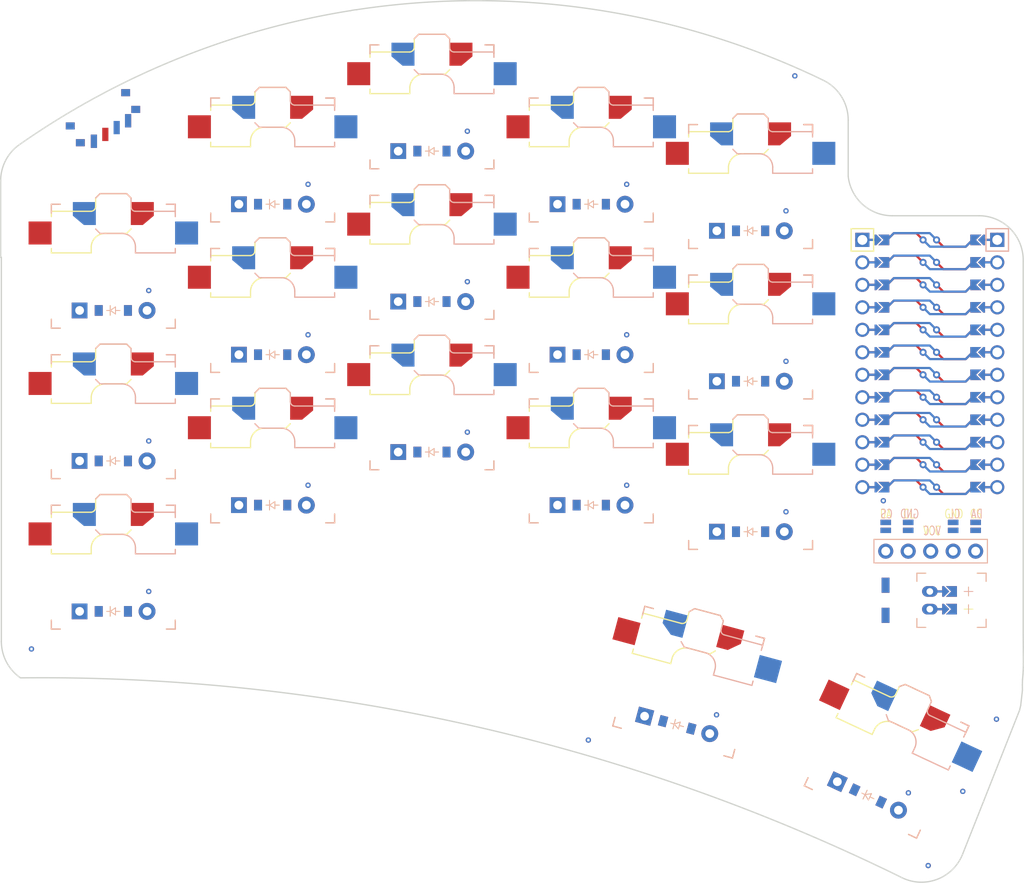
<source format=kicad_pcb>
(kicad_pcb (version 20171130) (host pcbnew 5.1.6)
  (title_block (title 3x5_2) (rev v1.0.0) (company Unknown))
  (layers (0 F.Cu signal) (31 B.Cu signal) (34 B.Paste user) (35 F.Paste user) (36 B.SilkS user) (37 F.SilkS user) (38 B.Mask user) (39 F.Mask user) (44 Edge.Cuts user))
  (net 0 "")
  (net 1 "P1")
  (net 2 "pinky_bot")
  (net 3 "pinky_mid")
  (net 4 "pinky_top")
  (net 5 "P0")
  (net 6 "ring_bot")
  (net 7 "ring_mid")
  (net 8 "ring_top")
  (net 9 "P2")
  (net 10 "middle_bot")
  (net 11 "middle_mid")
  (net 12 "middle_top")
  (net 13 "P3")
  (net 14 "index_bot")
  (net 15 "index_mid")
  (net 16 "index_top")
  (net 17 "P4")
  (net 18 "inner_bot")
  (net 19 "inner_mid")
  (net 20 "inner_top")
  (net 21 "P14")
  (net 22 "out_home")
  (net 23 "P10")
  (net 24 "in_home")
  (net 25 "P19")
  (net 26 "P20")
  (net 27 "P21")
  (net 28 "P16")
  (net 29 "P7")
  (net 30 "RAW")
  (net 31 "pos")
  (net 32 "GND")
  (net 33 "RST")
  (net 34 "VCC")
  (net 35 "P18")
  (net 36 "P15")
  (net 37 "P5")
  (net 38 "P6")
  (net 39 "P8")
  (net 40 "P9")
  (net 41 "DISP1_1")
  (net 42 "DISP1_2")
  (net 43 "DISP1_4")
  (net 44 "DISP1_5")
  (net 45 "JST1_1")
  (net 46 "JST1_2")
  (module PG1350 (layer F.Cu) (at 100 100 0)
    (fp_text reference "S1" hide)
    (pad "" np_thru_hole circle (at 0 0) (size 3.429 3.429) (drill 3.429) (layers *.Cu *.Mask))
    (pad "" np_thru_hole circle (at 5.5 0) (size 1.7018 1.7018) (drill 1.7018) (layers *.Cu *.Mask))
    (pad "" np_thru_hole circle (at -5.5 0) (size 1.7018 1.7018) (drill 1.7018) (layers *.Cu *.Mask))
    (pad "" np_thru_hole circle (at 0 -5.95) (size 3 3) (drill 3) (layers *.Cu *.Mask))
    (pad 1 smd custom (at -3.275 -5.95 0) (size 1 1) (layers B.Cu B.Paste B.Mask) (options (clearance outline) (anchor rect)) (primitives (gr_poly (pts (xy -1.3 -1.3) (xy -1.3 0.25) (xy -0.05 1.3) (xy 1.3 1.3) (xy 1.3 -1.3)) (width 0))) (net 1 "P1"))
    (pad 2 smd rect (at 8.275 -3.75 0) (size 2.6 2.6) (layers B.Cu B.Paste B.Mask) (net 2 "pinky_bot"))
    (pad "" np_thru_hole circle (at 5 -3.75 195) (size 3 3) (drill 3) (layers *.Cu *.Mask))
    (pad 1 connect custom (at 3.275 -5.95 0) (size 0.5 0.5) (layers F.Cu F.Mask) (options (clearance outline) (anchor rect)) (primitives (gr_poly (pts (xy -1.3 -1.3) (xy -1.3 1.3) (xy 0.05 1.3) (xy 1.3 0.25) (xy 1.3 -1.3)) (width 0))) (net 1 "P1"))
    (pad 2 smd rect (at -8.275 -3.75 0) (size 2.6 2.6) (layers F.Cu F.Paste F.Mask) (net 2 "pinky_bot"))
    (pad "" np_thru_hole circle (at -5 -3.75 195) (size 3 3) (drill 3) (layers *.Cu *.Mask))
  )
  (module PG1350 (layer F.Cu) (at 100 83 0)
    (fp_text reference "S2" hide)
    (pad "" np_thru_hole circle (at 0 0) (size 3.429 3.429) (drill 3.429) (layers *.Cu *.Mask))
    (pad "" np_thru_hole circle (at 5.5 0) (size 1.7018 1.7018) (drill 1.7018) (layers *.Cu *.Mask))
    (pad "" np_thru_hole circle (at -5.5 0) (size 1.7018 1.7018) (drill 1.7018) (layers *.Cu *.Mask))
    (pad "" np_thru_hole circle (at 0 -5.95) (size 3 3) (drill 3) (layers *.Cu *.Mask))
    (pad 1 smd custom (at -3.275 -5.95 0) (size 1 1) (layers B.Cu B.Paste B.Mask) (options (clearance outline) (anchor rect)) (primitives (gr_poly (pts (xy -1.3 -1.3) (xy -1.3 0.25) (xy -0.05 1.3) (xy 1.3 1.3) (xy 1.3 -1.3)) (width 0))) (net 1 "P1"))
    (pad 2 smd rect (at 8.275 -3.75 0) (size 2.6 2.6) (layers B.Cu B.Paste B.Mask) (net 3 "pinky_mid"))
    (pad "" np_thru_hole circle (at 5 -3.75 195) (size 3 3) (drill 3) (layers *.Cu *.Mask))
    (pad 1 connect custom (at 3.275 -5.95 0) (size 0.5 0.5) (layers F.Cu F.Mask) (options (clearance outline) (anchor rect)) (primitives (gr_poly (pts (xy -1.3 -1.3) (xy -1.3 1.3) (xy 0.05 1.3) (xy 1.3 0.25) (xy 1.3 -1.3)) (width 0))) (net 1 "P1"))
    (pad 2 smd rect (at -8.275 -3.75 0) (size 2.6 2.6) (layers F.Cu F.Paste F.Mask) (net 3 "pinky_mid"))
    (pad "" np_thru_hole circle (at -5 -3.75 195) (size 3 3) (drill 3) (layers *.Cu *.Mask))
  )
  (module PG1350 (layer F.Cu) (at 100 66 0)
    (fp_text reference "S3" hide)
    (pad "" np_thru_hole circle (at 0 0) (size 3.429 3.429) (drill 3.429) (layers *.Cu *.Mask))
    (pad "" np_thru_hole circle (at 5.5 0) (size 1.7018 1.7018) (drill 1.7018) (layers *.Cu *.Mask))
    (pad "" np_thru_hole circle (at -5.5 0) (size 1.7018 1.7018) (drill 1.7018) (layers *.Cu *.Mask))
    (pad "" np_thru_hole circle (at 0 -5.95) (size 3 3) (drill 3) (layers *.Cu *.Mask))
    (pad 1 smd custom (at -3.275 -5.95 0) (size 1 1) (layers B.Cu B.Paste B.Mask) (options (clearance outline) (anchor rect)) (primitives (gr_poly (pts (xy -1.3 -1.3) (xy -1.3 0.25) (xy -0.05 1.3) (xy 1.3 1.3) (xy 1.3 -1.3)) (width 0))) (net 1 "P1"))
    (pad 2 smd rect (at 8.275 -3.75 0) (size 2.6 2.6) (layers B.Cu B.Paste B.Mask) (net 4 "pinky_top"))
    (pad "" np_thru_hole circle (at 5 -3.75 195) (size 3 3) (drill 3) (layers *.Cu *.Mask))
    (pad 1 connect custom (at 3.275 -5.95 0) (size 0.5 0.5) (layers F.Cu F.Mask) (options (clearance outline) (anchor rect)) (primitives (gr_poly (pts (xy -1.3 -1.3) (xy -1.3 1.3) (xy 0.05 1.3) (xy 1.3 0.25) (xy 1.3 -1.3)) (width 0))) (net 1 "P1"))
    (pad 2 smd rect (at -8.275 -3.75 0) (size 2.6 2.6) (layers F.Cu F.Paste F.Mask) (net 4 "pinky_top"))
    (pad "" np_thru_hole circle (at -5 -3.75 195) (size 3 3) (drill 3) (layers *.Cu *.Mask))
  )
  (module PG1350 (layer F.Cu) (at 118 88 0)
    (fp_text reference "S4" hide)
    (pad "" np_thru_hole circle (at 0 0) (size 3.429 3.429) (drill 3.429) (layers *.Cu *.Mask))
    (pad "" np_thru_hole circle (at 5.5 0) (size 1.7018 1.7018) (drill 1.7018) (layers *.Cu *.Mask))
    (pad "" np_thru_hole circle (at -5.5 0) (size 1.7018 1.7018) (drill 1.7018) (layers *.Cu *.Mask))
    (pad "" np_thru_hole circle (at 0 -5.95) (size 3 3) (drill 3) (layers *.Cu *.Mask))
    (pad 1 smd custom (at -3.275 -5.95 0) (size 1 1) (layers B.Cu B.Paste B.Mask) (options (clearance outline) (anchor rect)) (primitives (gr_poly (pts (xy -1.3 -1.3) (xy -1.3 0.25) (xy -0.05 1.3) (xy 1.3 1.3) (xy 1.3 -1.3)) (width 0))) (net 5 "P0"))
    (pad 2 smd rect (at 8.275 -3.75 0) (size 2.6 2.6) (layers B.Cu B.Paste B.Mask) (net 6 "ring_bot"))
    (pad "" np_thru_hole circle (at 5 -3.75 195) (size 3 3) (drill 3) (layers *.Cu *.Mask))
    (pad 1 connect custom (at 3.275 -5.95 0) (size 0.5 0.5) (layers F.Cu F.Mask) (options (clearance outline) (anchor rect)) (primitives (gr_poly (pts (xy -1.3 -1.3) (xy -1.3 1.3) (xy 0.05 1.3) (xy 1.3 0.25) (xy 1.3 -1.3)) (width 0))) (net 5 "P0"))
    (pad 2 smd rect (at -8.275 -3.75 0) (size 2.6 2.6) (layers F.Cu F.Paste F.Mask) (net 6 "ring_bot"))
    (pad "" np_thru_hole circle (at -5 -3.75 195) (size 3 3) (drill 3) (layers *.Cu *.Mask))
  )
  (module PG1350 (layer F.Cu) (at 118 71 0)
    (fp_text reference "S5" hide)
    (pad "" np_thru_hole circle (at 0 0) (size 3.429 3.429) (drill 3.429) (layers *.Cu *.Mask))
    (pad "" np_thru_hole circle (at 5.5 0) (size 1.7018 1.7018) (drill 1.7018) (layers *.Cu *.Mask))
    (pad "" np_thru_hole circle (at -5.5 0) (size 1.7018 1.7018) (drill 1.7018) (layers *.Cu *.Mask))
    (pad "" np_thru_hole circle (at 0 -5.95) (size 3 3) (drill 3) (layers *.Cu *.Mask))
    (pad 1 smd custom (at -3.275 -5.95 0) (size 1 1) (layers B.Cu B.Paste B.Mask) (options (clearance outline) (anchor rect)) (primitives (gr_poly (pts (xy -1.3 -1.3) (xy -1.3 0.25) (xy -0.05 1.3) (xy 1.3 1.3) (xy 1.3 -1.3)) (width 0))) (net 5 "P0"))
    (pad 2 smd rect (at 8.275 -3.75 0) (size 2.6 2.6) (layers B.Cu B.Paste B.Mask) (net 7 "ring_mid"))
    (pad "" np_thru_hole circle (at 5 -3.75 195) (size 3 3) (drill 3) (layers *.Cu *.Mask))
    (pad 1 connect custom (at 3.275 -5.95 0) (size 0.5 0.5) (layers F.Cu F.Mask) (options (clearance outline) (anchor rect)) (primitives (gr_poly (pts (xy -1.3 -1.3) (xy -1.3 1.3) (xy 0.05 1.3) (xy 1.3 0.25) (xy 1.3 -1.3)) (width 0))) (net 5 "P0"))
    (pad 2 smd rect (at -8.275 -3.75 0) (size 2.6 2.6) (layers F.Cu F.Paste F.Mask) (net 7 "ring_mid"))
    (pad "" np_thru_hole circle (at -5 -3.75 195) (size 3 3) (drill 3) (layers *.Cu *.Mask))
  )
  (module PG1350 (layer F.Cu) (at 118 54 0)
    (fp_text reference "S6" hide)
    (pad "" np_thru_hole circle (at 0 0) (size 3.429 3.429) (drill 3.429) (layers *.Cu *.Mask))
    (pad "" np_thru_hole circle (at 5.5 0) (size 1.7018 1.7018) (drill 1.7018) (layers *.Cu *.Mask))
    (pad "" np_thru_hole circle (at -5.5 0) (size 1.7018 1.7018) (drill 1.7018) (layers *.Cu *.Mask))
    (pad "" np_thru_hole circle (at 0 -5.95) (size 3 3) (drill 3) (layers *.Cu *.Mask))
    (pad 1 smd custom (at -3.275 -5.95 0) (size 1 1) (layers B.Cu B.Paste B.Mask) (options (clearance outline) (anchor rect)) (primitives (gr_poly (pts (xy -1.3 -1.3) (xy -1.3 0.25) (xy -0.05 1.3) (xy 1.3 1.3) (xy 1.3 -1.3)) (width 0))) (net 5 "P0"))
    (pad 2 smd rect (at 8.275 -3.75 0) (size 2.6 2.6) (layers B.Cu B.Paste B.Mask) (net 8 "ring_top"))
    (pad "" np_thru_hole circle (at 5 -3.75 195) (size 3 3) (drill 3) (layers *.Cu *.Mask))
    (pad 1 connect custom (at 3.275 -5.95 0) (size 0.5 0.5) (layers F.Cu F.Mask) (options (clearance outline) (anchor rect)) (primitives (gr_poly (pts (xy -1.3 -1.3) (xy -1.3 1.3) (xy 0.05 1.3) (xy 1.3 0.25) (xy 1.3 -1.3)) (width 0))) (net 5 "P0"))
    (pad 2 smd rect (at -8.275 -3.75 0) (size 2.6 2.6) (layers F.Cu F.Paste F.Mask) (net 8 "ring_top"))
    (pad "" np_thru_hole circle (at -5 -3.75 195) (size 3 3) (drill 3) (layers *.Cu *.Mask))
  )
  (module PG1350 (layer F.Cu) (at 136 82 0)
    (fp_text reference "S7" hide)
    (pad "" np_thru_hole circle (at 0 0) (size 3.429 3.429) (drill 3.429) (layers *.Cu *.Mask))
    (pad "" np_thru_hole circle (at 5.5 0) (size 1.7018 1.7018) (drill 1.7018) (layers *.Cu *.Mask))
    (pad "" np_thru_hole circle (at -5.5 0) (size 1.7018 1.7018) (drill 1.7018) (layers *.Cu *.Mask))
    (pad "" np_thru_hole circle (at 0 -5.95) (size 3 3) (drill 3) (layers *.Cu *.Mask))
    (pad 1 smd custom (at -3.275 -5.95 0) (size 1 1) (layers B.Cu B.Paste B.Mask) (options (clearance outline) (anchor rect)) (primitives (gr_poly (pts (xy -1.3 -1.3) (xy -1.3 0.25) (xy -0.05 1.3) (xy 1.3 1.3) (xy 1.3 -1.3)) (width 0))) (net 9 "P2"))
    (pad 2 smd rect (at 8.275 -3.75 0) (size 2.6 2.6) (layers B.Cu B.Paste B.Mask) (net 10 "middle_bot"))
    (pad "" np_thru_hole circle (at 5 -3.75 195) (size 3 3) (drill 3) (layers *.Cu *.Mask))
    (pad 1 connect custom (at 3.275 -5.95 0) (size 0.5 0.5) (layers F.Cu F.Mask) (options (clearance outline) (anchor rect)) (primitives (gr_poly (pts (xy -1.3 -1.3) (xy -1.3 1.3) (xy 0.05 1.3) (xy 1.3 0.25) (xy 1.3 -1.3)) (width 0))) (net 9 "P2"))
    (pad 2 smd rect (at -8.275 -3.75 0) (size 2.6 2.6) (layers F.Cu F.Paste F.Mask) (net 10 "middle_bot"))
    (pad "" np_thru_hole circle (at -5 -3.75 195) (size 3 3) (drill 3) (layers *.Cu *.Mask))
  )
  (module PG1350 (layer F.Cu) (at 136 65 0)
    (fp_text reference "S8" hide)
    (pad "" np_thru_hole circle (at 0 0) (size 3.429 3.429) (drill 3.429) (layers *.Cu *.Mask))
    (pad "" np_thru_hole circle (at 5.5 0) (size 1.7018 1.7018) (drill 1.7018) (layers *.Cu *.Mask))
    (pad "" np_thru_hole circle (at -5.5 0) (size 1.7018 1.7018) (drill 1.7018) (layers *.Cu *.Mask))
    (pad "" np_thru_hole circle (at 0 -5.95) (size 3 3) (drill 3) (layers *.Cu *.Mask))
    (pad 1 smd custom (at -3.275 -5.95 0) (size 1 1) (layers B.Cu B.Paste B.Mask) (options (clearance outline) (anchor rect)) (primitives (gr_poly (pts (xy -1.3 -1.3) (xy -1.3 0.25) (xy -0.05 1.3) (xy 1.3 1.3) (xy 1.3 -1.3)) (width 0))) (net 9 "P2"))
    (pad 2 smd rect (at 8.275 -3.75 0) (size 2.6 2.6) (layers B.Cu B.Paste B.Mask) (net 11 "middle_mid"))
    (pad "" np_thru_hole circle (at 5 -3.75 195) (size 3 3) (drill 3) (layers *.Cu *.Mask))
    (pad 1 connect custom (at 3.275 -5.95 0) (size 0.5 0.5) (layers F.Cu F.Mask) (options (clearance outline) (anchor rect)) (primitives (gr_poly (pts (xy -1.3 -1.3) (xy -1.3 1.3) (xy 0.05 1.3) (xy 1.3 0.25) (xy 1.3 -1.3)) (width 0))) (net 9 "P2"))
    (pad 2 smd rect (at -8.275 -3.75 0) (size 2.6 2.6) (layers F.Cu F.Paste F.Mask) (net 11 "middle_mid"))
    (pad "" np_thru_hole circle (at -5 -3.75 195) (size 3 3) (drill 3) (layers *.Cu *.Mask))
  )
  (module PG1350 (layer F.Cu) (at 136 48 0)
    (fp_text reference "S9" hide)
    (pad "" np_thru_hole circle (at 0 0) (size 3.429 3.429) (drill 3.429) (layers *.Cu *.Mask))
    (pad "" np_thru_hole circle (at 5.5 0) (size 1.7018 1.7018) (drill 1.7018) (layers *.Cu *.Mask))
    (pad "" np_thru_hole circle (at -5.5 0) (size 1.7018 1.7018) (drill 1.7018) (layers *.Cu *.Mask))
    (pad "" np_thru_hole circle (at 0 -5.95) (size 3 3) (drill 3) (layers *.Cu *.Mask))
    (pad 1 smd custom (at -3.275 -5.95 0) (size 1 1) (layers B.Cu B.Paste B.Mask) (options (clearance outline) (anchor rect)) (primitives (gr_poly (pts (xy -1.3 -1.3) (xy -1.3 0.25) (xy -0.05 1.3) (xy 1.3 1.3) (xy 1.3 -1.3)) (width 0))) (net 9 "P2"))
    (pad 2 smd rect (at 8.275 -3.75 0) (size 2.6 2.6) (layers B.Cu B.Paste B.Mask) (net 12 "middle_top"))
    (pad "" np_thru_hole circle (at 5 -3.75 195) (size 3 3) (drill 3) (layers *.Cu *.Mask))
    (pad 1 connect custom (at 3.275 -5.95 0) (size 0.5 0.5) (layers F.Cu F.Mask) (options (clearance outline) (anchor rect)) (primitives (gr_poly (pts (xy -1.3 -1.3) (xy -1.3 1.3) (xy 0.05 1.3) (xy 1.3 0.25) (xy 1.3 -1.3)) (width 0))) (net 9 "P2"))
    (pad 2 smd rect (at -8.275 -3.75 0) (size 2.6 2.6) (layers F.Cu F.Paste F.Mask) (net 12 "middle_top"))
    (pad "" np_thru_hole circle (at -5 -3.75 195) (size 3 3) (drill 3) (layers *.Cu *.Mask))
  )
  (module PG1350 (layer F.Cu) (at 154 88 0)
    (fp_text reference "S10" hide)
    (pad "" np_thru_hole circle (at 0 0) (size 3.429 3.429) (drill 3.429) (layers *.Cu *.Mask))
    (pad "" np_thru_hole circle (at 5.5 0) (size 1.7018 1.7018) (drill 1.7018) (layers *.Cu *.Mask))
    (pad "" np_thru_hole circle (at -5.5 0) (size 1.7018 1.7018) (drill 1.7018) (layers *.Cu *.Mask))
    (pad "" np_thru_hole circle (at 0 -5.95) (size 3 3) (drill 3) (layers *.Cu *.Mask))
    (pad 1 smd custom (at -3.275 -5.95 0) (size 1 1) (layers B.Cu B.Paste B.Mask) (options (clearance outline) (anchor rect)) (primitives (gr_poly (pts (xy -1.3 -1.3) (xy -1.3 0.25) (xy -0.05 1.3) (xy 1.3 1.3) (xy 1.3 -1.3)) (width 0))) (net 13 "P3"))
    (pad 2 smd rect (at 8.275 -3.75 0) (size 2.6 2.6) (layers B.Cu B.Paste B.Mask) (net 14 "index_bot"))
    (pad "" np_thru_hole circle (at 5 -3.75 195) (size 3 3) (drill 3) (layers *.Cu *.Mask))
    (pad 1 connect custom (at 3.275 -5.95 0) (size 0.5 0.5) (layers F.Cu F.Mask) (options (clearance outline) (anchor rect)) (primitives (gr_poly (pts (xy -1.3 -1.3) (xy -1.3 1.3) (xy 0.05 1.3) (xy 1.3 0.25) (xy 1.3 -1.3)) (width 0))) (net 13 "P3"))
    (pad 2 smd rect (at -8.275 -3.75 0) (size 2.6 2.6) (layers F.Cu F.Paste F.Mask) (net 14 "index_bot"))
    (pad "" np_thru_hole circle (at -5 -3.75 195) (size 3 3) (drill 3) (layers *.Cu *.Mask))
  )
  (module PG1350 (layer F.Cu) (at 154 71 0)
    (fp_text reference "S11" hide)
    (pad "" np_thru_hole circle (at 0 0) (size 3.429 3.429) (drill 3.429) (layers *.Cu *.Mask))
    (pad "" np_thru_hole circle (at 5.5 0) (size 1.7018 1.7018) (drill 1.7018) (layers *.Cu *.Mask))
    (pad "" np_thru_hole circle (at -5.5 0) (size 1.7018 1.7018) (drill 1.7018) (layers *.Cu *.Mask))
    (pad "" np_thru_hole circle (at 0 -5.95) (size 3 3) (drill 3) (layers *.Cu *.Mask))
    (pad 1 smd custom (at -3.275 -5.95 0) (size 1 1) (layers B.Cu B.Paste B.Mask) (options (clearance outline) (anchor rect)) (primitives (gr_poly (pts (xy -1.3 -1.3) (xy -1.3 0.25) (xy -0.05 1.3) (xy 1.3 1.3) (xy 1.3 -1.3)) (width 0))) (net 13 "P3"))
    (pad 2 smd rect (at 8.275 -3.75 0) (size 2.6 2.6) (layers B.Cu B.Paste B.Mask) (net 15 "index_mid"))
    (pad "" np_thru_hole circle (at 5 -3.75 195) (size 3 3) (drill 3) (layers *.Cu *.Mask))
    (pad 1 connect custom (at 3.275 -5.95 0) (size 0.5 0.5) (layers F.Cu F.Mask) (options (clearance outline) (anchor rect)) (primitives (gr_poly (pts (xy -1.3 -1.3) (xy -1.3 1.3) (xy 0.05 1.3) (xy 1.3 0.25) (xy 1.3 -1.3)) (width 0))) (net 13 "P3"))
    (pad 2 smd rect (at -8.275 -3.75 0) (size 2.6 2.6) (layers F.Cu F.Paste F.Mask) (net 15 "index_mid"))
    (pad "" np_thru_hole circle (at -5 -3.75 195) (size 3 3) (drill 3) (layers *.Cu *.Mask))
  )
  (module PG1350 (layer F.Cu) (at 154 54 0)
    (fp_text reference "S12" hide)
    (pad "" np_thru_hole circle (at 0 0) (size 3.429 3.429) (drill 3.429) (layers *.Cu *.Mask))
    (pad "" np_thru_hole circle (at 5.5 0) (size 1.7018 1.7018) (drill 1.7018) (layers *.Cu *.Mask))
    (pad "" np_thru_hole circle (at -5.5 0) (size 1.7018 1.7018) (drill 1.7018) (layers *.Cu *.Mask))
    (pad "" np_thru_hole circle (at 0 -5.95) (size 3 3) (drill 3) (layers *.Cu *.Mask))
    (pad 1 smd custom (at -3.275 -5.95 0) (size 1 1) (layers B.Cu B.Paste B.Mask) (options (clearance outline) (anchor rect)) (primitives (gr_poly (pts (xy -1.3 -1.3) (xy -1.3 0.25) (xy -0.05 1.3) (xy 1.3 1.3) (xy 1.3 -1.3)) (width 0))) (net 13 "P3"))
    (pad 2 smd rect (at 8.275 -3.75 0) (size 2.6 2.6) (layers B.Cu B.Paste B.Mask) (net 16 "index_top"))
    (pad "" np_thru_hole circle (at 5 -3.75 195) (size 3 3) (drill 3) (layers *.Cu *.Mask))
    (pad 1 connect custom (at 3.275 -5.95 0) (size 0.5 0.5) (layers F.Cu F.Mask) (options (clearance outline) (anchor rect)) (primitives (gr_poly (pts (xy -1.3 -1.3) (xy -1.3 1.3) (xy 0.05 1.3) (xy 1.3 0.25) (xy 1.3 -1.3)) (width 0))) (net 13 "P3"))
    (pad 2 smd rect (at -8.275 -3.75 0) (size 2.6 2.6) (layers F.Cu F.Paste F.Mask) (net 16 "index_top"))
    (pad "" np_thru_hole circle (at -5 -3.75 195) (size 3 3) (drill 3) (layers *.Cu *.Mask))
  )
  (module PG1350 (layer F.Cu) (at 172 91 0)
    (fp_text reference "S13" hide)
    (pad "" np_thru_hole circle (at 0 0) (size 3.429 3.429) (drill 3.429) (layers *.Cu *.Mask))
    (pad "" np_thru_hole circle (at 5.5 0) (size 1.7018 1.7018) (drill 1.7018) (layers *.Cu *.Mask))
    (pad "" np_thru_hole circle (at -5.5 0) (size 1.7018 1.7018) (drill 1.7018) (layers *.Cu *.Mask))
    (pad "" np_thru_hole circle (at 0 -5.95) (size 3 3) (drill 3) (layers *.Cu *.Mask))
    (pad 1 smd custom (at -3.275 -5.95 0) (size 1 1) (layers B.Cu B.Paste B.Mask) (options (clearance outline) (anchor rect)) (primitives (gr_poly (pts (xy -1.3 -1.3) (xy -1.3 0.25) (xy -0.05 1.3) (xy 1.3 1.3) (xy 1.3 -1.3)) (width 0))) (net 17 "P4"))
    (pad 2 smd rect (at 8.275 -3.75 0) (size 2.6 2.6) (layers B.Cu B.Paste B.Mask) (net 18 "inner_bot"))
    (pad "" np_thru_hole circle (at 5 -3.75 195) (size 3 3) (drill 3) (layers *.Cu *.Mask))
    (pad 1 connect custom (at 3.275 -5.95 0) (size 0.5 0.5) (layers F.Cu F.Mask) (options (clearance outline) (anchor rect)) (primitives (gr_poly (pts (xy -1.3 -1.3) (xy -1.3 1.3) (xy 0.05 1.3) (xy 1.3 0.25) (xy 1.3 -1.3)) (width 0))) (net 17 "P4"))
    (pad 2 smd rect (at -8.275 -3.75 0) (size 2.6 2.6) (layers F.Cu F.Paste F.Mask) (net 18 "inner_bot"))
    (pad "" np_thru_hole circle (at -5 -3.75 195) (size 3 3) (drill 3) (layers *.Cu *.Mask))
  )
  (module PG1350 (layer F.Cu) (at 172 74 0)
    (fp_text reference "S14" hide)
    (pad "" np_thru_hole circle (at 0 0) (size 3.429 3.429) (drill 3.429) (layers *.Cu *.Mask))
    (pad "" np_thru_hole circle (at 5.5 0) (size 1.7018 1.7018) (drill 1.7018) (layers *.Cu *.Mask))
    (pad "" np_thru_hole circle (at -5.5 0) (size 1.7018 1.7018) (drill 1.7018) (layers *.Cu *.Mask))
    (pad "" np_thru_hole circle (at 0 -5.95) (size 3 3) (drill 3) (layers *.Cu *.Mask))
    (pad 1 smd custom (at -3.275 -5.95 0) (size 1 1) (layers B.Cu B.Paste B.Mask) (options (clearance outline) (anchor rect)) (primitives (gr_poly (pts (xy -1.3 -1.3) (xy -1.3 0.25) (xy -0.05 1.3) (xy 1.3 1.3) (xy 1.3 -1.3)) (width 0))) (net 17 "P4"))
    (pad 2 smd rect (at 8.275 -3.75 0) (size 2.6 2.6) (layers B.Cu B.Paste B.Mask) (net 19 "inner_mid"))
    (pad "" np_thru_hole circle (at 5 -3.75 195) (size 3 3) (drill 3) (layers *.Cu *.Mask))
    (pad 1 connect custom (at 3.275 -5.95 0) (size 0.5 0.5) (layers F.Cu F.Mask) (options (clearance outline) (anchor rect)) (primitives (gr_poly (pts (xy -1.3 -1.3) (xy -1.3 1.3) (xy 0.05 1.3) (xy 1.3 0.25) (xy 1.3 -1.3)) (width 0))) (net 17 "P4"))
    (pad 2 smd rect (at -8.275 -3.75 0) (size 2.6 2.6) (layers F.Cu F.Paste F.Mask) (net 19 "inner_mid"))
    (pad "" np_thru_hole circle (at -5 -3.75 195) (size 3 3) (drill 3) (layers *.Cu *.Mask))
  )
  (module PG1350 (layer F.Cu) (at 172 57 0)
    (fp_text reference "S15" hide)
    (pad "" np_thru_hole circle (at 0 0) (size 3.429 3.429) (drill 3.429) (layers *.Cu *.Mask))
    (pad "" np_thru_hole circle (at 5.5 0) (size 1.7018 1.7018) (drill 1.7018) (layers *.Cu *.Mask))
    (pad "" np_thru_hole circle (at -5.5 0) (size 1.7018 1.7018) (drill 1.7018) (layers *.Cu *.Mask))
    (pad "" np_thru_hole circle (at 0 -5.95) (size 3 3) (drill 3) (layers *.Cu *.Mask))
    (pad 1 smd custom (at -3.275 -5.95 0) (size 1 1) (layers B.Cu B.Paste B.Mask) (options (clearance outline) (anchor rect)) (primitives (gr_poly (pts (xy -1.3 -1.3) (xy -1.3 0.25) (xy -0.05 1.3) (xy 1.3 1.3) (xy 1.3 -1.3)) (width 0))) (net 17 "P4"))
    (pad 2 smd rect (at 8.275 -3.75 0) (size 2.6 2.6) (layers B.Cu B.Paste B.Mask) (net 20 "inner_top"))
    (pad "" np_thru_hole circle (at 5 -3.75 195) (size 3 3) (drill 3) (layers *.Cu *.Mask))
    (pad 1 connect custom (at 3.275 -5.95 0) (size 0.5 0.5) (layers F.Cu F.Mask) (options (clearance outline) (anchor rect)) (primitives (gr_poly (pts (xy -1.3 -1.3) (xy -1.3 1.3) (xy 0.05 1.3) (xy 1.3 0.25) (xy 1.3 -1.3)) (width 0))) (net 17 "P4"))
    (pad 2 smd rect (at -8.275 -3.75 0) (size 2.6 2.6) (layers F.Cu F.Paste F.Mask) (net 20 "inner_top"))
    (pad "" np_thru_hole circle (at -5 -3.75 195) (size 3 3) (drill 3) (layers *.Cu *.Mask))
  )
  (module PG1350 (layer F.Cu) (at 165 113 -15)
    (fp_text reference "S16" hide)
    (pad "" np_thru_hole circle (at 0 0) (size 3.429 3.429) (drill 3.429) (layers *.Cu *.Mask))
    (pad "" np_thru_hole circle (at 5.5 0) (size 1.7018 1.7018) (drill 1.7018) (layers *.Cu *.Mask))
    (pad "" np_thru_hole circle (at -5.5 0) (size 1.7018 1.7018) (drill 1.7018) (layers *.Cu *.Mask))
    (pad "" np_thru_hole circle (at 0 -5.95) (size 3 3) (drill 3) (layers *.Cu *.Mask))
    (pad 1 smd custom (at -3.275 -5.95 -15) (size 1 1) (layers B.Cu B.Paste B.Mask) (options (clearance outline) (anchor rect)) (primitives (gr_poly (pts (xy -1.3 -1.3) (xy -1.3 0.25) (xy -0.05 1.3) (xy 1.3 1.3) (xy 1.3 -1.3)) (width 0))) (net 21 "P14"))
    (pad 2 smd rect (at 8.275 -3.75 -15) (size 2.6 2.6) (layers B.Cu B.Paste B.Mask) (net 22 "out_home"))
    (pad "" np_thru_hole circle (at 5 -3.75 195) (size 3 3) (drill 3) (layers *.Cu *.Mask))
    (pad 1 connect custom (at 3.275 -5.95 -15) (size 0.5 0.5) (layers F.Cu F.Mask) (options (clearance outline) (anchor rect)) (primitives (gr_poly (pts (xy -1.3 -1.3) (xy -1.3 1.3) (xy 0.05 1.3) (xy 1.3 0.25) (xy 1.3 -1.3)) (width 0))) (net 21 "P14"))
    (pad 2 smd rect (at -8.275 -3.75 -15) (size 2.6 2.6) (layers F.Cu F.Paste F.Mask) (net 22 "out_home"))
    (pad "" np_thru_hole circle (at -5 -3.75 195) (size 3 3) (drill 3) (layers *.Cu *.Mask))
  )
  (module PG1350 (layer F.Cu) (at 187.3680548 121.3228736 -25)
    (fp_text reference "S17" hide)
    (pad "" np_thru_hole circle (at 0 0) (size 3.429 3.429) (drill 3.429) (layers *.Cu *.Mask))
    (pad "" np_thru_hole circle (at 5.5 0) (size 1.7018 1.7018) (drill 1.7018) (layers *.Cu *.Mask))
    (pad "" np_thru_hole circle (at -5.5 0) (size 1.7018 1.7018) (drill 1.7018) (layers *.Cu *.Mask))
    (pad "" np_thru_hole circle (at 0 -5.95) (size 3 3) (drill 3) (layers *.Cu *.Mask))
    (pad 1 smd custom (at -3.275 -5.95 -25) (size 1 1) (layers B.Cu B.Paste B.Mask) (options (clearance outline) (anchor rect)) (primitives (gr_poly (pts (xy -1.3 -1.3) (xy -1.3 0.25) (xy -0.05 1.3) (xy 1.3 1.3) (xy 1.3 -1.3)) (width 0))) (net 23 "P10"))
    (pad 2 smd rect (at 8.275 -3.75 -25) (size 2.6 2.6) (layers B.Cu B.Paste B.Mask) (net 24 "in_home"))
    (pad "" np_thru_hole circle (at 5 -3.75 195) (size 3 3) (drill 3) (layers *.Cu *.Mask))
    (pad 1 connect custom (at 3.275 -5.95 -25) (size 0.5 0.5) (layers F.Cu F.Mask) (options (clearance outline) (anchor rect)) (primitives (gr_poly (pts (xy -1.3 -1.3) (xy -1.3 1.3) (xy 0.05 1.3) (xy 1.3 0.25) (xy 1.3 -1.3)) (width 0))) (net 23 "P10"))
    (pad 2 smd rect (at -8.275 -3.75 -25) (size 2.6 2.6) (layers F.Cu F.Paste F.Mask) (net 24 "in_home"))
    (pad "" np_thru_hole circle (at -5 -3.75 195) (size 3 3) (drill 3) (layers *.Cu *.Mask))
  )
  (module ComboDiode (layer F.Cu) (at 100 105 0)
    (fp_text reference "D1" hide)
    (fp_text value "" hide)
    (pad 1 smd rect (at -1.65 0 0) (size 0.9 1.2) (layers F.Cu F.Paste F.Mask) (net 25 "P19"))
    (pad 2 smd rect (at 1.65 0 0) (size 0.9 1.2) (layers B.Cu B.Paste B.Mask) (net 2 "pinky_bot"))
    (pad 1 smd rect (at -1.65 0 0) (size 0.9 1.2) (layers B.Cu B.Paste B.Mask) (net 25 "P19"))
    (pad 2 smd rect (at 1.65 0 0) (size 0.9 1.2) (layers F.Cu F.Paste F.Mask) (net 2 "pinky_bot"))
    (pad 1 thru_hole rect (at -3.81 0 0) (size 1.778 1.778) (drill 0.9906) (layers *.Cu *.Mask) (net 25 "P19"))
    (pad 2 thru_hole circle (at 3.81 0 0) (size 1.905 1.905) (drill 0.9906) (layers *.Cu *.Mask) (net 2 "pinky_bot"))
  )
  (module ComboDiode (layer F.Cu) (at 100 88 0)
    (fp_text reference "D2" hide)
    (fp_text value "" hide)
    (pad 1 smd rect (at -1.65 0 0) (size 0.9 1.2) (layers F.Cu F.Paste F.Mask) (net 26 "P20"))
    (pad 2 smd rect (at 1.65 0 0) (size 0.9 1.2) (layers B.Cu B.Paste B.Mask) (net 3 "pinky_mid"))
    (pad 1 smd rect (at -1.65 0 0) (size 0.9 1.2) (layers B.Cu B.Paste B.Mask) (net 26 "P20"))
    (pad 2 smd rect (at 1.65 0 0) (size 0.9 1.2) (layers F.Cu F.Paste F.Mask) (net 3 "pinky_mid"))
    (pad 1 thru_hole rect (at -3.81 0 0) (size 1.778 1.778) (drill 0.9906) (layers *.Cu *.Mask) (net 26 "P20"))
    (pad 2 thru_hole circle (at 3.81 0 0) (size 1.905 1.905) (drill 0.9906) (layers *.Cu *.Mask) (net 3 "pinky_mid"))
  )
  (module ComboDiode (layer F.Cu) (at 100 71 0)
    (fp_text reference "D3" hide)
    (fp_text value "" hide)
    (pad 1 smd rect (at -1.65 0 0) (size 0.9 1.2) (layers F.Cu F.Paste F.Mask) (net 27 "P21"))
    (pad 2 smd rect (at 1.65 0 0) (size 0.9 1.2) (layers B.Cu B.Paste B.Mask) (net 4 "pinky_top"))
    (pad 1 smd rect (at -1.65 0 0) (size 0.9 1.2) (layers B.Cu B.Paste B.Mask) (net 27 "P21"))
    (pad 2 smd rect (at 1.65 0 0) (size 0.9 1.2) (layers F.Cu F.Paste F.Mask) (net 4 "pinky_top"))
    (pad 1 thru_hole rect (at -3.81 0 0) (size 1.778 1.778) (drill 0.9906) (layers *.Cu *.Mask) (net 27 "P21"))
    (pad 2 thru_hole circle (at 3.81 0 0) (size 1.905 1.905) (drill 0.9906) (layers *.Cu *.Mask) (net 4 "pinky_top"))
  )
  (module ComboDiode (layer F.Cu) (at 118 93 0)
    (fp_text reference "D4" hide)
    (fp_text value "" hide)
    (pad 1 smd rect (at -1.65 0 0) (size 0.9 1.2) (layers F.Cu F.Paste F.Mask) (net 25 "P19"))
    (pad 2 smd rect (at 1.65 0 0) (size 0.9 1.2) (layers B.Cu B.Paste B.Mask) (net 6 "ring_bot"))
    (pad 1 smd rect (at -1.65 0 0) (size 0.9 1.2) (layers B.Cu B.Paste B.Mask) (net 25 "P19"))
    (pad 2 smd rect (at 1.65 0 0) (size 0.9 1.2) (layers F.Cu F.Paste F.Mask) (net 6 "ring_bot"))
    (pad 1 thru_hole rect (at -3.81 0 0) (size 1.778 1.778) (drill 0.9906) (layers *.Cu *.Mask) (net 25 "P19"))
    (pad 2 thru_hole circle (at 3.81 0 0) (size 1.905 1.905) (drill 0.9906) (layers *.Cu *.Mask) (net 6 "ring_bot"))
  )
  (module ComboDiode (layer F.Cu) (at 118 76 0)
    (fp_text reference "D5" hide)
    (fp_text value "" hide)
    (pad 1 smd rect (at -1.65 0 0) (size 0.9 1.2) (layers F.Cu F.Paste F.Mask) (net 26 "P20"))
    (pad 2 smd rect (at 1.65 0 0) (size 0.9 1.2) (layers B.Cu B.Paste B.Mask) (net 7 "ring_mid"))
    (pad 1 smd rect (at -1.65 0 0) (size 0.9 1.2) (layers B.Cu B.Paste B.Mask) (net 26 "P20"))
    (pad 2 smd rect (at 1.65 0 0) (size 0.9 1.2) (layers F.Cu F.Paste F.Mask) (net 7 "ring_mid"))
    (pad 1 thru_hole rect (at -3.81 0 0) (size 1.778 1.778) (drill 0.9906) (layers *.Cu *.Mask) (net 26 "P20"))
    (pad 2 thru_hole circle (at 3.81 0 0) (size 1.905 1.905) (drill 0.9906) (layers *.Cu *.Mask) (net 7 "ring_mid"))
  )
  (module ComboDiode (layer F.Cu) (at 118 59 0)
    (fp_text reference "D6" hide)
    (fp_text value "" hide)
    (pad 1 smd rect (at -1.65 0 0) (size 0.9 1.2) (layers F.Cu F.Paste F.Mask) (net 27 "P21"))
    (pad 2 smd rect (at 1.65 0 0) (size 0.9 1.2) (layers B.Cu B.Paste B.Mask) (net 8 "ring_top"))
    (pad 1 smd rect (at -1.65 0 0) (size 0.9 1.2) (layers B.Cu B.Paste B.Mask) (net 27 "P21"))
    (pad 2 smd rect (at 1.65 0 0) (size 0.9 1.2) (layers F.Cu F.Paste F.Mask) (net 8 "ring_top"))
    (pad 1 thru_hole rect (at -3.81 0 0) (size 1.778 1.778) (drill 0.9906) (layers *.Cu *.Mask) (net 27 "P21"))
    (pad 2 thru_hole circle (at 3.81 0 0) (size 1.905 1.905) (drill 0.9906) (layers *.Cu *.Mask) (net 8 "ring_top"))
  )
  (module ComboDiode (layer F.Cu) (at 136 87 0)
    (fp_text reference "D7" hide)
    (fp_text value "" hide)
    (pad 1 smd rect (at -1.65 0 0) (size 0.9 1.2) (layers F.Cu F.Paste F.Mask) (net 25 "P19"))
    (pad 2 smd rect (at 1.65 0 0) (size 0.9 1.2) (layers B.Cu B.Paste B.Mask) (net 10 "middle_bot"))
    (pad 1 smd rect (at -1.65 0 0) (size 0.9 1.2) (layers B.Cu B.Paste B.Mask) (net 25 "P19"))
    (pad 2 smd rect (at 1.65 0 0) (size 0.9 1.2) (layers F.Cu F.Paste F.Mask) (net 10 "middle_bot"))
    (pad 1 thru_hole rect (at -3.81 0 0) (size 1.778 1.778) (drill 0.9906) (layers *.Cu *.Mask) (net 25 "P19"))
    (pad 2 thru_hole circle (at 3.81 0 0) (size 1.905 1.905) (drill 0.9906) (layers *.Cu *.Mask) (net 10 "middle_bot"))
  )
  (module ComboDiode (layer F.Cu) (at 136 70 0)
    (fp_text reference "D8" hide)
    (fp_text value "" hide)
    (pad 1 smd rect (at -1.65 0 0) (size 0.9 1.2) (layers F.Cu F.Paste F.Mask) (net 26 "P20"))
    (pad 2 smd rect (at 1.65 0 0) (size 0.9 1.2) (layers B.Cu B.Paste B.Mask) (net 11 "middle_mid"))
    (pad 1 smd rect (at -1.65 0 0) (size 0.9 1.2) (layers B.Cu B.Paste B.Mask) (net 26 "P20"))
    (pad 2 smd rect (at 1.65 0 0) (size 0.9 1.2) (layers F.Cu F.Paste F.Mask) (net 11 "middle_mid"))
    (pad 1 thru_hole rect (at -3.81 0 0) (size 1.778 1.778) (drill 0.9906) (layers *.Cu *.Mask) (net 26 "P20"))
    (pad 2 thru_hole circle (at 3.81 0 0) (size 1.905 1.905) (drill 0.9906) (layers *.Cu *.Mask) (net 11 "middle_mid"))
  )
  (module ComboDiode (layer F.Cu) (at 136 53 0)
    (fp_text reference "D9" hide)
    (fp_text value "" hide)
    (pad 1 smd rect (at -1.65 0 0) (size 0.9 1.2) (layers F.Cu F.Paste F.Mask) (net 27 "P21"))
    (pad 2 smd rect (at 1.65 0 0) (size 0.9 1.2) (layers B.Cu B.Paste B.Mask) (net 12 "middle_top"))
    (pad 1 smd rect (at -1.65 0 0) (size 0.9 1.2) (layers B.Cu B.Paste B.Mask) (net 27 "P21"))
    (pad 2 smd rect (at 1.65 0 0) (size 0.9 1.2) (layers F.Cu F.Paste F.Mask) (net 12 "middle_top"))
    (pad 1 thru_hole rect (at -3.81 0 0) (size 1.778 1.778) (drill 0.9906) (layers *.Cu *.Mask) (net 27 "P21"))
    (pad 2 thru_hole circle (at 3.81 0 0) (size 1.905 1.905) (drill 0.9906) (layers *.Cu *.Mask) (net 12 "middle_top"))
  )
  (module ComboDiode (layer F.Cu) (at 154 93 0)
    (fp_text reference "D10" hide)
    (fp_text value "" hide)
    (pad 1 smd rect (at -1.65 0 0) (size 0.9 1.2) (layers F.Cu F.Paste F.Mask) (net 25 "P19"))
    (pad 2 smd rect (at 1.65 0 0) (size 0.9 1.2) (layers B.Cu B.Paste B.Mask) (net 14 "index_bot"))
    (pad 1 smd rect (at -1.65 0 0) (size 0.9 1.2) (layers B.Cu B.Paste B.Mask) (net 25 "P19"))
    (pad 2 smd rect (at 1.65 0 0) (size 0.9 1.2) (layers F.Cu F.Paste F.Mask) (net 14 "index_bot"))
    (pad 1 thru_hole rect (at -3.81 0 0) (size 1.778 1.778) (drill 0.9906) (layers *.Cu *.Mask) (net 25 "P19"))
    (pad 2 thru_hole circle (at 3.81 0 0) (size 1.905 1.905) (drill 0.9906) (layers *.Cu *.Mask) (net 14 "index_bot"))
  )
  (module ComboDiode (layer F.Cu) (at 154 76 0)
    (fp_text reference "D11" hide)
    (fp_text value "" hide)
    (pad 1 smd rect (at -1.65 0 0) (size 0.9 1.2) (layers F.Cu F.Paste F.Mask) (net 26 "P20"))
    (pad 2 smd rect (at 1.65 0 0) (size 0.9 1.2) (layers B.Cu B.Paste B.Mask) (net 15 "index_mid"))
    (pad 1 smd rect (at -1.65 0 0) (size 0.9 1.2) (layers B.Cu B.Paste B.Mask) (net 26 "P20"))
    (pad 2 smd rect (at 1.65 0 0) (size 0.9 1.2) (layers F.Cu F.Paste F.Mask) (net 15 "index_mid"))
    (pad 1 thru_hole rect (at -3.81 0 0) (size 1.778 1.778) (drill 0.9906) (layers *.Cu *.Mask) (net 26 "P20"))
    (pad 2 thru_hole circle (at 3.81 0 0) (size 1.905 1.905) (drill 0.9906) (layers *.Cu *.Mask) (net 15 "index_mid"))
  )
  (module ComboDiode (layer F.Cu) (at 154 59 0)
    (fp_text reference "D12" hide)
    (fp_text value "" hide)
    (pad 1 smd rect (at -1.65 0 0) (size 0.9 1.2) (layers F.Cu F.Paste F.Mask) (net 27 "P21"))
    (pad 2 smd rect (at 1.65 0 0) (size 0.9 1.2) (layers B.Cu B.Paste B.Mask) (net 16 "index_top"))
    (pad 1 smd rect (at -1.65 0 0) (size 0.9 1.2) (layers B.Cu B.Paste B.Mask) (net 27 "P21"))
    (pad 2 smd rect (at 1.65 0 0) (size 0.9 1.2) (layers F.Cu F.Paste F.Mask) (net 16 "index_top"))
    (pad 1 thru_hole rect (at -3.81 0 0) (size 1.778 1.778) (drill 0.9906) (layers *.Cu *.Mask) (net 27 "P21"))
    (pad 2 thru_hole circle (at 3.81 0 0) (size 1.905 1.905) (drill 0.9906) (layers *.Cu *.Mask) (net 16 "index_top"))
  )
  (module ComboDiode (layer F.Cu) (at 172 96 0)
    (fp_text reference "D13" hide)
    (fp_text value "" hide)
    (pad 1 smd rect (at -1.65 0 0) (size 0.9 1.2) (layers F.Cu F.Paste F.Mask) (net 25 "P19"))
    (pad 2 smd rect (at 1.65 0 0) (size 0.9 1.2) (layers B.Cu B.Paste B.Mask) (net 18 "inner_bot"))
    (pad 1 smd rect (at -1.65 0 0) (size 0.9 1.2) (layers B.Cu B.Paste B.Mask) (net 25 "P19"))
    (pad 2 smd rect (at 1.65 0 0) (size 0.9 1.2) (layers F.Cu F.Paste F.Mask) (net 18 "inner_bot"))
    (pad 1 thru_hole rect (at -3.81 0 0) (size 1.778 1.778) (drill 0.9906) (layers *.Cu *.Mask) (net 25 "P19"))
    (pad 2 thru_hole circle (at 3.81 0 0) (size 1.905 1.905) (drill 0.9906) (layers *.Cu *.Mask) (net 18 "inner_bot"))
  )
  (module ComboDiode (layer F.Cu) (at 172 79 0)
    (fp_text reference "D14" hide)
    (fp_text value "" hide)
    (pad 1 smd rect (at -1.65 0 0) (size 0.9 1.2) (layers F.Cu F.Paste F.Mask) (net 26 "P20"))
    (pad 2 smd rect (at 1.65 0 0) (size 0.9 1.2) (layers B.Cu B.Paste B.Mask) (net 19 "inner_mid"))
    (pad 1 smd rect (at -1.65 0 0) (size 0.9 1.2) (layers B.Cu B.Paste B.Mask) (net 26 "P20"))
    (pad 2 smd rect (at 1.65 0 0) (size 0.9 1.2) (layers F.Cu F.Paste F.Mask) (net 19 "inner_mid"))
    (pad 1 thru_hole rect (at -3.81 0 0) (size 1.778 1.778) (drill 0.9906) (layers *.Cu *.Mask) (net 26 "P20"))
    (pad 2 thru_hole circle (at 3.81 0 0) (size 1.905 1.905) (drill 0.9906) (layers *.Cu *.Mask) (net 19 "inner_mid"))
  )
  (module ComboDiode (layer F.Cu) (at 172 62 0)
    (fp_text reference "D15" hide)
    (fp_text value "" hide)
    (pad 1 smd rect (at -1.65 0 0) (size 0.9 1.2) (layers F.Cu F.Paste F.Mask) (net 27 "P21"))
    (pad 2 smd rect (at 1.65 0 0) (size 0.9 1.2) (layers B.Cu B.Paste B.Mask) (net 20 "inner_top"))
    (pad 1 smd rect (at -1.65 0 0) (size 0.9 1.2) (layers B.Cu B.Paste B.Mask) (net 27 "P21"))
    (pad 2 smd rect (at 1.65 0 0) (size 0.9 1.2) (layers F.Cu F.Paste F.Mask) (net 20 "inner_top"))
    (pad 1 thru_hole rect (at -3.81 0 0) (size 1.778 1.778) (drill 0.9906) (layers *.Cu *.Mask) (net 27 "P21"))
    (pad 2 thru_hole circle (at 3.81 0 0) (size 1.905 1.905) (drill 0.9906) (layers *.Cu *.Mask) (net 20 "inner_top"))
  )
  (module ComboDiode (layer F.Cu) (at 163.7059048 117.8296291 -15)
    (fp_text reference "D16" hide)
    (fp_text value "" hide)
    (pad 1 smd rect (at -1.65 0 -15) (size 0.9 1.2) (layers F.Cu F.Paste F.Mask) (net 28 "P16"))
    (pad 2 smd rect (at 1.65 0 -15) (size 0.9 1.2) (layers B.Cu B.Paste B.Mask) (net 22 "out_home"))
    (pad 1 smd rect (at -1.65 0 -15) (size 0.9 1.2) (layers B.Cu B.Paste B.Mask) (net 28 "P16"))
    (pad 2 smd rect (at 1.65 0 -15) (size 0.9 1.2) (layers F.Cu F.Paste F.Mask) (net 22 "out_home"))
    (pad 1 thru_hole rect (at -3.81 0 -15) (size 1.778 1.778) (drill 0.9906) (layers *.Cu *.Mask) (net 28 "P16"))
    (pad 2 thru_hole circle (at 3.81 0 -15) (size 1.905 1.905) (drill 0.9906) (layers *.Cu *.Mask) (net 22 "out_home"))
  )
  (module ComboDiode (layer F.Cu) (at 185.2549635 125.8544125 -25)
    (fp_text reference "D17" hide)
    (fp_text value "" hide)
    (pad 1 smd rect (at -1.65 0 -25) (size 0.9 1.2) (layers F.Cu F.Paste F.Mask) (net 28 "P16"))
    (pad 2 smd rect (at 1.65 0 -25) (size 0.9 1.2) (layers B.Cu B.Paste B.Mask) (net 24 "in_home"))
    (pad 1 smd rect (at -1.65 0 -25) (size 0.9 1.2) (layers B.Cu B.Paste B.Mask) (net 28 "P16"))
    (pad 2 smd rect (at 1.65 0 -25) (size 0.9 1.2) (layers F.Cu F.Paste F.Mask) (net 24 "in_home"))
    (pad 1 thru_hole rect (at -3.81 0 -25) (size 1.778 1.778) (drill 0.9906) (layers *.Cu *.Mask) (net 28 "P16"))
    (pad 2 thru_hole circle (at 3.81 0 -25) (size 1.905 1.905) (drill 0.9906) (layers *.Cu *.Mask) (net 24 "in_home"))
  )
  (module VIA-0.6mm (layer F.Cu) (at 104 102.75 0)
    (fp_text reference REF** hide)
    (fp_text value VIA-0.6mm hide)
    (pad 1 thru_hole circle (at 0 0) (size 0.6 0.6) (drill 0.3) (layers *.Cu) (net 1 "P1"))
  )
  (module VIA-0.6mm (layer F.Cu) (at 104 85.75 0)
    (fp_text reference REF** hide)
    (fp_text value VIA-0.6mm hide)
    (pad 1 thru_hole circle (at 0 0) (size 0.6 0.6) (drill 0.3) (layers *.Cu) (net 1 "P1"))
  )
  (module VIA-0.6mm (layer F.Cu) (at 104 68.75 0)
    (fp_text reference REF** hide)
    (fp_text value VIA-0.6mm hide)
    (pad 1 thru_hole circle (at 0 0) (size 0.6 0.6) (drill 0.3) (layers *.Cu) (net 1 "P1"))
  )
  (module VIA-0.6mm (layer F.Cu) (at 122 90.75 0)
    (fp_text reference REF** hide)
    (fp_text value VIA-0.6mm hide)
    (pad 1 thru_hole circle (at 0 0) (size 0.6 0.6) (drill 0.3) (layers *.Cu) (net 5 "P0"))
  )
  (module VIA-0.6mm (layer F.Cu) (at 122 73.75 0)
    (fp_text reference REF** hide)
    (fp_text value VIA-0.6mm hide)
    (pad 1 thru_hole circle (at 0 0) (size 0.6 0.6) (drill 0.3) (layers *.Cu) (net 5 "P0"))
  )
  (module VIA-0.6mm (layer F.Cu) (at 122 56.75 0)
    (fp_text reference REF** hide)
    (fp_text value VIA-0.6mm hide)
    (pad 1 thru_hole circle (at 0 0) (size 0.6 0.6) (drill 0.3) (layers *.Cu) (net 5 "P0"))
  )
  (module VIA-0.6mm (layer F.Cu) (at 140 84.75 0)
    (fp_text reference REF** hide)
    (fp_text value VIA-0.6mm hide)
    (pad 1 thru_hole circle (at 0 0) (size 0.6 0.6) (drill 0.3) (layers *.Cu) (net 9 "P2"))
  )
  (module VIA-0.6mm (layer F.Cu) (at 140 67.75 0)
    (fp_text reference REF** hide)
    (fp_text value VIA-0.6mm hide)
    (pad 1 thru_hole circle (at 0 0) (size 0.6 0.6) (drill 0.3) (layers *.Cu) (net 9 "P2"))
  )
  (module VIA-0.6mm (layer F.Cu) (at 140 50.75 0)
    (fp_text reference REF** hide)
    (fp_text value VIA-0.6mm hide)
    (pad 1 thru_hole circle (at 0 0) (size 0.6 0.6) (drill 0.3) (layers *.Cu) (net 9 "P2"))
  )
  (module VIA-0.6mm (layer F.Cu) (at 158 90.75 0)
    (fp_text reference REF** hide)
    (fp_text value VIA-0.6mm hide)
    (pad 1 thru_hole circle (at 0 0) (size 0.6 0.6) (drill 0.3) (layers *.Cu) (net 13 "P3"))
  )
  (module VIA-0.6mm (layer F.Cu) (at 158 73.75 0)
    (fp_text reference REF** hide)
    (fp_text value VIA-0.6mm hide)
    (pad 1 thru_hole circle (at 0 0) (size 0.6 0.6) (drill 0.3) (layers *.Cu) (net 13 "P3"))
  )
  (module VIA-0.6mm (layer F.Cu) (at 158 56.75 0)
    (fp_text reference REF** hide)
    (fp_text value VIA-0.6mm hide)
    (pad 1 thru_hole circle (at 0 0) (size 0.6 0.6) (drill 0.3) (layers *.Cu) (net 13 "P3"))
  )
  (module VIA-0.6mm (layer F.Cu) (at 176 93.75 0)
    (fp_text reference REF** hide)
    (fp_text value VIA-0.6mm hide)
    (pad 1 thru_hole circle (at 0 0) (size 0.6 0.6) (drill 0.3) (layers *.Cu) (net 17 "P4"))
  )
  (module VIA-0.6mm (layer F.Cu) (at 176 76.75 0)
    (fp_text reference REF** hide)
    (fp_text value VIA-0.6mm hide)
    (pad 1 thru_hole circle (at 0 0) (size 0.6 0.6) (drill 0.3) (layers *.Cu) (net 17 "P4"))
  )
  (module VIA-0.6mm (layer F.Cu) (at 176 59.75 0)
    (fp_text reference REF** hide)
    (fp_text value VIA-0.6mm hide)
    (pad 1 thru_hole circle (at 0 0) (size 0.6 0.6) (drill 0.3) (layers *.Cu) (net 17 "P4"))
  )
  (module VIA-0.6mm (layer F.Cu) (at 168.1519509 116.6915722 -15)
    (fp_text reference REF** hide)
    (fp_text value VIA-0.6mm hide)
    (pad 1 thru_hole circle (at 0 0) (size 0.6 0.6) (drill 0.3) (layers *.Cu) (net 21 "P14"))
  )
  (module VIA-0.6mm (layer F.Cu) (at 189.83108570000002 125.50569309999999 -25)
    (fp_text reference REF** hide)
    (fp_text value VIA-0.6mm hide)
    (pad 1 thru_hole circle (at 0 0) (size 0.6 0.6) (drill 0.3) (layers *.Cu) (net 23 "P10"))
  )
  (module VIA-0.6mm (layer F.Cu) (at 187 92.5 0)
    (fp_text reference REF** hide)
    (fp_text value VIA-0.6mm hide)
    (pad 1 thru_hole circle (at 0 0) (size 0.6 0.6) (drill 0.3) (layers *.Cu) (net 29 "P7"))
  )
  (module VIA-0.6mm (layer F.Cu) (at 177 44.5 0)
    (fp_text reference REF** hide)
    (fp_text value VIA-0.6mm hide)
    (pad 1 thru_hole circle (at 0 0) (size 0.6 0.6) (drill 0.3) (layers *.Cu) (net 30 "RAW"))
  )
  (module VIA-0.6mm (layer F.Cu) (at 199.78154310000002 117.180977 -25)
    (fp_text reference REF** hide)
    (fp_text value VIA-0.6mm hide)
    (pad 1 thru_hole circle (at 0 0) (size 0.6 0.6) (drill 0.3) (layers *.Cu) (net 31 "pos"))
  )
  (module VIA-0.6mm (layer F.Cu) (at 195.97797880000002 125.3377471 -25)
    (fp_text reference REF** hide)
    (fp_text value VIA-0.6mm hide)
    (pad 1 thru_hole circle (at 0 0) (size 0.6 0.6) (drill 0.3) (layers *.Cu) (net 31 "pos"))
  )
  (module VIA-0.6mm (layer F.Cu) (at 192.0687599 133.7210941 -25)
    (fp_text reference REF** hide)
    (fp_text value VIA-0.6mm hide)
    (pad 1 thru_hole circle (at 0 0) (size 0.6 0.6) (drill 0.3) (layers *.Cu) (net 31 "pos"))
  )
  (module VIA-0.6mm (layer F.Cu) (at 153.6711099 119.5407377 -15)
    (fp_text reference REF** hide)
    (fp_text value VIA-0.6mm hide)
    (pad 1 thru_hole circle (at 0 0) (size 0.6 0.6) (drill 0.3) (layers *.Cu) (net 31 "pos"))
  )
  (module VIA-0.6mm (layer F.Cu) (at 90.75 109.25 0)
    (fp_text reference REF** hide)
    (fp_text value VIA-0.6mm hide)
    (pad 1 thru_hole circle (at 0 0) (size 0.6 0.6) (drill 0.3) (layers *.Cu) (net 31 "pos"))
  )
  (module ProMicro (layer F.Cu) (at 192.25 77 -90)
    (fp_text reference "MCU1" hide)
    (pad 2 smd custom (at -11.43 -0.762 -90) (size 0.25 0.25) (layers F.Cu) (options (clearance outline) (anchor circle)) (primitives (gr_line (start 0 0) (end 0.766 -0.766) (width 0.25)) (gr_line (start 0.766 -0.766) (end 0.766 -3.298) (width 0.25)) (gr_line (start 0.766 -3.298) (end 0 -4.064) (width 0.25))) (net 32 "GND"))
    (pad "" thru_hole circle (at -13.97 7.62) (size 1.6 1.6) (drill 1.1) (layers *.Cu *.Mask))
    (pad "" thru_hole circle (at -11.43 7.62) (size 1.6 1.6) (drill 1.1) (layers *.Cu *.Mask))
    (pad "" thru_hole circle (at -8.89 7.62) (size 1.6 1.6) (drill 1.1) (layers *.Cu *.Mask))
    (pad "" thru_hole circle (at -6.35 7.62) (size 1.6 1.6) (drill 1.1) (layers *.Cu *.Mask))
    (pad "" thru_hole circle (at -3.81 7.62) (size 1.6 1.6) (drill 1.1) (layers *.Cu *.Mask))
    (pad "" thru_hole circle (at -1.27 7.62) (size 1.6 1.6) (drill 1.1) (layers *.Cu *.Mask))
    (pad "" thru_hole circle (at 1.27 7.62) (size 1.6 1.6) (drill 1.1) (layers *.Cu *.Mask))
    (pad "" thru_hole circle (at 3.81 7.62) (size 1.6 1.6) (drill 1.1) (layers *.Cu *.Mask))
    (pad "" thru_hole circle (at 6.35 7.62) (size 1.6 1.6) (drill 1.1) (layers *.Cu *.Mask))
    (pad "" thru_hole circle (at 8.89 7.62) (size 1.6 1.6) (drill 1.1) (layers *.Cu *.Mask))
    (pad "" thru_hole circle (at 11.43 7.62) (size 1.6 1.6) (drill 1.1) (layers *.Cu *.Mask))
    (pad "" thru_hole circle (at 13.97 7.62) (size 1.6 1.6) (drill 1.1) (layers *.Cu *.Mask))
    (pad "" thru_hole circle (at 13.97 -7.62) (size 1.6 1.6) (drill 1.1) (layers *.Cu *.Mask))
    (pad "" thru_hole circle (at 11.43 -7.62) (size 1.6 1.6) (drill 1.1) (layers *.Cu *.Mask))
    (pad "" thru_hole circle (at 8.89 -7.62) (size 1.6 1.6) (drill 1.1) (layers *.Cu *.Mask))
    (pad "" thru_hole circle (at 6.35 -7.62) (size 1.6 1.6) (drill 1.1) (layers *.Cu *.Mask))
    (pad "" thru_hole circle (at 3.81 -7.62) (size 1.6 1.6) (drill 1.1) (layers *.Cu *.Mask))
    (pad "" thru_hole circle (at 1.27 -7.62) (size 1.6 1.6) (drill 1.1) (layers *.Cu *.Mask))
    (pad "" thru_hole circle (at -1.27 -7.62) (size 1.6 1.6) (drill 1.1) (layers *.Cu *.Mask))
    (pad "" thru_hole circle (at -3.81 -7.62) (size 1.6 1.6) (drill 1.1) (layers *.Cu *.Mask))
    (pad "" thru_hole circle (at -6.35 -7.62) (size 1.6 1.6) (drill 1.1) (layers *.Cu *.Mask))
    (pad "" thru_hole circle (at -8.89 -7.62) (size 1.6 1.6) (drill 1.1) (layers *.Cu *.Mask))
    (pad "" thru_hole circle (at -11.43 -7.62) (size 1.6 1.6) (drill 1.1) (layers *.Cu *.Mask))
    (pad "" thru_hole circle (at -13.97 -7.62) (size 1.6 1.6) (drill 1.1) (layers *.Cu *.Mask))
    (pad "" smd custom (at -13.97 5.842 90) (size 0.1 0.1) (layers F.Cu F.Mask) (clearance 0.1) (options (clearance outline) (anchor rect)) (primitives (gr_poly (pts (xy 0.6 -0.4) (xy -0.6 -0.4) (xy -0.6 -0.2) (xy 0 0.4) (xy 0.6 -0.2)) (width 0))))
    (pad 24 smd custom (at -13.97 4.826 90) (size 1.2 0.5) (layers F.Cu F.Mask) (net 1 "P1") (clearance 0.1) (options (clearance outline) (anchor rect)) (primitives (gr_poly (pts (xy 0.6 0) (xy -0.6 0) (xy -0.6 -1) (xy 0 -0.4) (xy 0.6 -1)) (width 0))))
    (pad "" smd custom (at -13.97 6.35 90) (size 0.25 1) (layers F.Cu) (options (clearance outline) (anchor rect)) (primitives))
    (pad "" thru_hole rect (at -13.97 7.62 -90) (size 1.6 1.6) (drill 1.1) (layers F.Cu F.Mask))
    (pad "" thru_hole rect (at -13.97 -7.62 -90) (size 1.6 1.6) (drill 1.1) (layers B.Cu B.Mask))
    (pad "" smd custom (at -11.43 6.35 90) (size 0.25 1) (layers F.Cu) (options (clearance outline) (anchor rect)) (primitives))
    (pad "" smd custom (at -11.43 5.842 90) (size 0.1 0.1) (layers F.Cu F.Mask) (clearance 0.1) (options (clearance outline) (anchor rect)) (primitives (gr_poly (pts (xy 0.6 -0.4) (xy -0.6 -0.4) (xy -0.6 -0.2) (xy 0 0.4) (xy 0.6 -0.2)) (width 0))))
    (pad 23 smd custom (at -11.43 4.826 90) (size 1.2 0.5) (layers F.Cu F.Mask) (net 5 "P0") (clearance 0.1) (options (clearance outline) (anchor rect)) (primitives (gr_poly (pts (xy 0.6 0) (xy -0.6 0) (xy -0.6 -1) (xy 0 -0.4) (xy 0.6 -1)) (width 0))))
    (pad "" smd custom (at -8.89 6.35 90) (size 0.25 1) (layers F.Cu) (options (clearance outline) (anchor rect)) (primitives))
    (pad "" smd custom (at -8.89 5.842 90) (size 0.1 0.1) (layers F.Cu F.Mask) (clearance 0.1) (options (clearance outline) (anchor rect)) (primitives (gr_poly (pts (xy 0.6 -0.4) (xy -0.6 -0.4) (xy -0.6 -0.2) (xy 0 0.4) (xy 0.6 -0.2)) (width 0))))
    (pad 22 smd custom (at -8.89 4.826 90) (size 1.2 0.5) (layers F.Cu F.Mask) (net 32 "GND") (clearance 0.1) (options (clearance outline) (anchor rect)) (primitives (gr_poly (pts (xy 0.6 0) (xy -0.6 0) (xy -0.6 -1) (xy 0 -0.4) (xy 0.6 -1)) (width 0))))
    (pad "" smd custom (at -6.35 6.35 90) (size 0.25 1) (layers F.Cu) (options (clearance outline) (anchor rect)) (primitives))
    (pad "" smd custom (at -6.35 5.842 90) (size 0.1 0.1) (layers F.Cu F.Mask) (clearance 0.1) (options (clearance outline) (anchor rect)) (primitives (gr_poly (pts (xy 0.6 -0.4) (xy -0.6 -0.4) (xy -0.6 -0.2) (xy 0 0.4) (xy 0.6 -0.2)) (width 0))))
    (pad 21 smd custom (at -6.35 4.826 90) (size 1.2 0.5) (layers F.Cu F.Mask) (net 32 "GND") (clearance 0.1) (options (clearance outline) (anchor rect)) (primitives (gr_poly (pts (xy 0.6 0) (xy -0.6 0) (xy -0.6 -1) (xy 0 -0.4) (xy 0.6 -1)) (width 0))))
    (pad "" smd custom (at -3.81 6.35 90) (size 0.25 1) (layers F.Cu) (options (clearance outline) (anchor rect)) (primitives))
    (pad "" smd custom (at -3.81 5.842 90) (size 0.1 0.1) (layers F.Cu F.Mask) (clearance 0.1) (options (clearance outline) (anchor rect)) (primitives (gr_poly (pts (xy 0.6 -0.4) (xy -0.6 -0.4) (xy -0.6 -0.2) (xy 0 0.4) (xy 0.6 -0.2)) (width 0))))
    (pad 20 smd custom (at -3.81 4.826 90) (size 1.2 0.5) (layers F.Cu F.Mask) (net 9 "P2") (clearance 0.1) (options (clearance outline) (anchor rect)) (primitives (gr_poly (pts (xy 0.6 0) (xy -0.6 0) (xy -0.6 -1) (xy 0 -0.4) (xy 0.6 -1)) (width 0))))
    (pad "" smd custom (at -1.27 6.35 90) (size 0.25 1) (layers F.Cu) (options (clearance outline) (anchor rect)) (primitives))
    (pad "" smd custom (at -1.27 5.842 90) (size 0.1 0.1) (layers F.Cu F.Mask) (clearance 0.1) (options (clearance outline) (anchor rect)) (primitives (gr_poly (pts (xy 0.6 -0.4) (xy -0.6 -0.4) (xy -0.6 -0.2) (xy 0 0.4) (xy 0.6 -0.2)) (width 0))))
    (pad 19 smd custom (at -1.27 4.826 90) (size 1.2 0.5) (layers F.Cu F.Mask) (net 13 "P3") (clearance 0.1) (options (clearance outline) (anchor rect)) (primitives (gr_poly (pts (xy 0.6 0) (xy -0.6 0) (xy -0.6 -1) (xy 0 -0.4) (xy 0.6 -1)) (width 0))))
    (pad "" smd custom (at 1.27 6.35 90) (size 0.25 1) (layers F.Cu) (options (clearance outline) (anchor rect)) (primitives))
    (pad "" smd custom (at 1.27 5.842 90) (size 0.1 0.1) (layers F.Cu F.Mask) (clearance 0.1) (options (clearance outline) (anchor rect)) (primitives (gr_poly (pts (xy 0.6 -0.4) (xy -0.6 -0.4) (xy -0.6 -0.2) (xy 0 0.4) (xy 0.6 -0.2)) (width 0))))
    (pad 18 smd custom (at 1.27 4.826 90) (size 1.2 0.5) (layers F.Cu F.Mask) (net 17 "P4") (clearance 0.1) (options (clearance outline) (anchor rect)) (primitives (gr_poly (pts (xy 0.6 0) (xy -0.6 0) (xy -0.6 -1) (xy 0 -0.4) (xy 0.6 -1)) (width 0))))
    (pad "" smd custom (at 3.81 6.35 90) (size 0.25 1) (layers F.Cu) (options (clearance outline) (anchor rect)) (primitives))
    (pad "" smd custom (at 3.81 5.842 90) (size 0.1 0.1) (layers F.Cu F.Mask) (clearance 0.1) (options (clearance outline) (anchor rect)) (primitives (gr_poly (pts (xy 0.6 -0.4) (xy -0.6 -0.4) (xy -0.6 -0.2) (xy 0 0.4) (xy 0.6 -0.2)) (width 0))))
    (pad 17 smd custom (at 3.81 4.826 90) (size 1.2 0.5) (layers F.Cu F.Mask) (net 37 "P5") (clearance 0.1) (options (clearance outline) (anchor rect)) (primitives (gr_poly (pts (xy 0.6 0) (xy -0.6 0) (xy -0.6 -1) (xy 0 -0.4) (xy 0.6 -1)) (width 0))))
    (pad "" smd custom (at 6.35 6.35 90) (size 0.25 1) (layers F.Cu) (options (clearance outline) (anchor rect)) (primitives))
    (pad "" smd custom (at 6.35 5.842 90) (size 0.1 0.1) (layers F.Cu F.Mask) (clearance 0.1) (options (clearance outline) (anchor rect)) (primitives (gr_poly (pts (xy 0.6 -0.4) (xy -0.6 -0.4) (xy -0.6 -0.2) (xy 0 0.4) (xy 0.6 -0.2)) (width 0))))
    (pad 16 smd custom (at 6.35 4.826 90) (size 1.2 0.5) (layers F.Cu F.Mask) (net 38 "P6") (clearance 0.1) (options (clearance outline) (anchor rect)) (primitives (gr_poly (pts (xy 0.6 0) (xy -0.6 0) (xy -0.6 -1) (xy 0 -0.4) (xy 0.6 -1)) (width 0))))
    (pad "" smd custom (at 8.89 6.35 90) (size 0.25 1) (layers F.Cu) (options (clearance outline) (anchor rect)) (primitives))
    (pad "" smd custom (at 8.89 5.842 90) (size 0.1 0.1) (layers F.Cu F.Mask) (clearance 0.1) (options (clearance outline) (anchor rect)) (primitives (gr_poly (pts (xy 0.6 -0.4) (xy -0.6 -0.4) (xy -0.6 -0.2) (xy 0 0.4) (xy 0.6 -0.2)) (width 0))))
    (pad 15 smd custom (at 8.89 4.826 90) (size 1.2 0.5) (layers F.Cu F.Mask) (net 29 "P7") (clearance 0.1) (options (clearance outline) (anchor rect)) (primitives (gr_poly (pts (xy 0.6 0) (xy -0.6 0) (xy -0.6 -1) (xy 0 -0.4) (xy 0.6 -1)) (width 0))))
    (pad "" smd custom (at 11.43 6.35 90) (size 0.25 1) (layers F.Cu) (options (clearance outline) (anchor rect)) (primitives))
    (pad "" smd custom (at 11.43 5.842 90) (size 0.1 0.1) (layers F.Cu F.Mask) (clearance 0.1) (options (clearance outline) (anchor rect)) (primitives (gr_poly (pts (xy 0.6 -0.4) (xy -0.6 -0.4) (xy -0.6 -0.2) (xy 0 0.4) (xy 0.6 -0.2)) (width 0))))
    (pad 14 smd custom (at 11.43 4.826 90) (size 1.2 0.5) (layers F.Cu F.Mask) (net 39 "P8") (clearance 0.1) (options (clearance outline) (anchor rect)) (primitives (gr_poly (pts (xy 0.6 0) (xy -0.6 0) (xy -0.6 -1) (xy 0 -0.4) (xy 0.6 -1)) (width 0))))
    (pad "" smd custom (at 13.97 6.35 90) (size 0.25 1) (layers F.Cu) (options (clearance outline) (anchor rect)) (primitives))
    (pad "" smd custom (at 13.97 5.842 90) (size 0.1 0.1) (layers F.Cu F.Mask) (clearance 0.1) (options (clearance outline) (anchor rect)) (primitives (gr_poly (pts (xy 0.6 -0.4) (xy -0.6 -0.4) (xy -0.6 -0.2) (xy 0 0.4) (xy 0.6 -0.2)) (width 0))))
    (pad 13 smd custom (at 13.97 4.826 90) (size 1.2 0.5) (layers F.Cu F.Mask) (net 40 "P9") (clearance 0.1) (options (clearance outline) (anchor rect)) (primitives (gr_poly (pts (xy 0.6 0) (xy -0.6 0) (xy -0.6 -1) (xy 0 -0.4) (xy 0.6 -1)) (width 0))))
    (pad 1 smd custom (at -13.97 -4.826 -90) (size 1.2 0.5) (layers F.Cu F.Mask) (net 30 "RAW") (clearance 0.1) (options (clearance outline) (anchor rect)) (primitives (gr_poly (pts (xy 0.6 0) (xy -0.6 0) (xy -0.6 -1) (xy 0 -0.4) (xy 0.6 -1)) (width 0))))
    (pad 3 smd custom (at -8.89 -4.826 -90) (size 1.2 0.5) (layers F.Cu F.Mask) (net 33 "RST") (clearance 0.1) (options (clearance outline) (anchor rect)) (primitives (gr_poly (pts (xy 0.6 0) (xy -0.6 0) (xy -0.6 -1) (xy 0 -0.4) (xy 0.6 -1)) (width 0))))
    (pad "" smd custom (at -8.89 -6.35 -90) (size 0.25 1) (layers F.Cu) (options (clearance outline) (anchor rect)) (primitives))
    (pad "" smd custom (at -8.89 -5.842 -90) (size 0.1 0.1) (layers F.Cu F.Mask) (clearance 0.1) (options (clearance outline) (anchor rect)) (primitives (gr_poly (pts (xy 0.6 -0.4) (xy -0.6 -0.4) (xy -0.6 -0.2) (xy 0 0.4) (xy 0.6 -0.2)) (width 0))))
    (pad "" smd custom (at -13.97 -5.842 -90) (size 0.1 0.1) (layers F.Cu F.Mask) (clearance 0.1) (options (clearance outline) (anchor rect)) (primitives (gr_poly (pts (xy 0.6 -0.4) (xy -0.6 -0.4) (xy -0.6 -0.2) (xy 0 0.4) (xy 0.6 -0.2)) (width 0))))
    (pad "" smd custom (at -11.43 -6.35 -90) (size 0.25 1) (layers F.Cu) (options (clearance outline) (anchor rect)) (primitives))
    (pad 2 smd custom (at -11.43 -4.826 -90) (size 1.2 0.5) (layers F.Cu F.Mask) (net 32 "GND") (clearance 0.1) (options (clearance outline) (anchor rect)) (primitives (gr_poly (pts (xy 0.6 0) (xy -0.6 0) (xy -0.6 -1) (xy 0 -0.4) (xy 0.6 -1)) (width 0))))
    (pad "" smd custom (at -13.97 -6.35 -90) (size 0.25 1) (layers F.Cu) (options (clearance outline) (anchor rect)) (primitives))
    (pad 4 smd custom (at -6.35 -4.826 -90) (size 1.2 0.5) (layers F.Cu F.Mask) (net 34 "VCC") (clearance 0.1) (options (clearance outline) (anchor rect)) (primitives (gr_poly (pts (xy 0.6 0) (xy -0.6 0) (xy -0.6 -1) (xy 0 -0.4) (xy 0.6 -1)) (width 0))))
    (pad "" smd custom (at -11.43 -5.842 -90) (size 0.1 0.1) (layers F.Cu F.Mask) (clearance 0.1) (options (clearance outline) (anchor rect)) (primitives (gr_poly (pts (xy 0.6 -0.4) (xy -0.6 -0.4) (xy -0.6 -0.2) (xy 0 0.4) (xy 0.6 -0.2)) (width 0))))
    (pad "" smd custom (at -6.35 -5.842 -90) (size 0.1 0.1) (layers F.Cu F.Mask) (clearance 0.1) (options (clearance outline) (anchor rect)) (primitives (gr_poly (pts (xy 0.6 -0.4) (xy -0.6 -0.4) (xy -0.6 -0.2) (xy 0 0.4) (xy 0.6 -0.2)) (width 0))))
    (pad 6 smd custom (at -1.27 -4.826 -90) (size 1.2 0.5) (layers F.Cu F.Mask) (net 26 "P20") (clearance 0.1) (options (clearance outline) (anchor rect)) (primitives (gr_poly (pts (xy 0.6 0) (xy -0.6 0) (xy -0.6 -1) (xy 0 -0.4) (xy 0.6 -1)) (width 0))))
    (pad 7 smd custom (at 1.27 -4.826 -90) (size 1.2 0.5) (layers F.Cu F.Mask) (net 25 "P19") (clearance 0.1) (options (clearance outline) (anchor rect)) (primitives (gr_poly (pts (xy 0.6 0) (xy -0.6 0) (xy -0.6 -1) (xy 0 -0.4) (xy 0.6 -1)) (width 0))))
    (pad "" smd custom (at 13.97 -6.35 -90) (size 0.25 1) (layers F.Cu) (options (clearance outline) (anchor rect)) (primitives))
    (pad "" smd custom (at 1.27 -5.842 -90) (size 0.1 0.1) (layers F.Cu F.Mask) (clearance 0.1) (options (clearance outline) (anchor rect)) (primitives (gr_poly (pts (xy 0.6 -0.4) (xy -0.6 -0.4) (xy -0.6 -0.2) (xy 0 0.4) (xy 0.6 -0.2)) (width 0))))
    (pad "" smd custom (at 8.89 -6.35 -90) (size 0.25 1) (layers F.Cu) (options (clearance outline) (anchor rect)) (primitives))
    (pad 8 smd custom (at 3.81 -4.826 -90) (size 1.2 0.5) (layers F.Cu F.Mask) (net 35 "P18") (clearance 0.1) (options (clearance outline) (anchor rect)) (primitives (gr_poly (pts (xy 0.6 0) (xy -0.6 0) (xy -0.6 -1) (xy 0 -0.4) (xy 0.6 -1)) (width 0))))
    (pad "" smd custom (at 1.27 -6.35 -90) (size 0.25 1) (layers F.Cu) (options (clearance outline) (anchor rect)) (primitives))
    (pad 12 smd custom (at 13.97 -4.826 -90) (size 1.2 0.5) (layers F.Cu F.Mask) (net 23 "P10") (clearance 0.1) (options (clearance outline) (anchor rect)) (primitives (gr_poly (pts (xy 0.6 0) (xy -0.6 0) (xy -0.6 -1) (xy 0 -0.4) (xy 0.6 -1)) (width 0))))
    (pad "" smd custom (at 3.81 -5.842 -90) (size 0.1 0.1) (layers F.Cu F.Mask) (clearance 0.1) (options (clearance outline) (anchor rect)) (primitives (gr_poly (pts (xy 0.6 -0.4) (xy -0.6 -0.4) (xy -0.6 -0.2) (xy 0 0.4) (xy 0.6 -0.2)) (width 0))))
    (pad "" smd custom (at 6.35 -6.35 -90) (size 0.25 1) (layers F.Cu) (options (clearance outline) (anchor rect)) (primitives))
    (pad "" smd custom (at 13.97 -5.842 -90) (size 0.1 0.1) (layers F.Cu F.Mask) (clearance 0.1) (options (clearance outline) (anchor rect)) (primitives (gr_poly (pts (xy 0.6 -0.4) (xy -0.6 -0.4) (xy -0.6 -0.2) (xy 0 0.4) (xy 0.6 -0.2)) (width 0))))
    (pad "" smd custom (at -3.81 -6.35 -90) (size 0.25 1) (layers F.Cu) (options (clearance outline) (anchor rect)) (primitives))
    (pad "" smd custom (at 3.81 -6.35 -90) (size 0.25 1) (layers F.Cu) (options (clearance outline) (anchor rect)) (primitives))
    (pad "" smd custom (at -1.27 -6.35 -90) (size 0.25 1) (layers F.Cu) (options (clearance outline) (anchor rect)) (primitives))
    (pad 9 smd custom (at 6.35 -4.826 -90) (size 1.2 0.5) (layers F.Cu F.Mask) (net 36 "P15") (clearance 0.1) (options (clearance outline) (anchor rect)) (primitives (gr_poly (pts (xy 0.6 0) (xy -0.6 0) (xy -0.6 -1) (xy 0 -0.4) (xy 0.6 -1)) (width 0))))
    (pad "" smd custom (at -6.35 -6.35 -90) (size 0.25 1) (layers F.Cu) (options (clearance outline) (anchor rect)) (primitives))
    (pad "" smd custom (at -3.81 -5.842 -90) (size 0.1 0.1) (layers F.Cu F.Mask) (clearance 0.1) (options (clearance outline) (anchor rect)) (primitives (gr_poly (pts (xy 0.6 -0.4) (xy -0.6 -0.4) (xy -0.6 -0.2) (xy 0 0.4) (xy 0.6 -0.2)) (width 0))))
    (pad "" smd custom (at -1.27 -5.842 -90) (size 0.1 0.1) (layers F.Cu F.Mask) (clearance 0.1) (options (clearance outline) (anchor rect)) (primitives (gr_poly (pts (xy 0.6 -0.4) (xy -0.6 -0.4) (xy -0.6 -0.2) (xy 0 0.4) (xy 0.6 -0.2)) (width 0))))
    (pad "" smd custom (at 6.35 -5.842 -90) (size 0.1 0.1) (layers F.Cu F.Mask) (clearance 0.1) (options (clearance outline) (anchor rect)) (primitives (gr_poly (pts (xy 0.6 -0.4) (xy -0.6 -0.4) (xy -0.6 -0.2) (xy 0 0.4) (xy 0.6 -0.2)) (width 0))))
    (pad 10 smd custom (at 8.89 -4.826 -90) (size 1.2 0.5) (layers F.Cu F.Mask) (net 21 "P14") (clearance 0.1) (options (clearance outline) (anchor rect)) (primitives (gr_poly (pts (xy 0.6 0) (xy -0.6 0) (xy -0.6 -1) (xy 0 -0.4) (xy 0.6 -1)) (width 0))))
    (pad "" smd custom (at 8.89 -5.842 -90) (size 0.1 0.1) (layers F.Cu F.Mask) (clearance 0.1) (options (clearance outline) (anchor rect)) (primitives (gr_poly (pts (xy 0.6 -0.4) (xy -0.6 -0.4) (xy -0.6 -0.2) (xy 0 0.4) (xy 0.6 -0.2)) (width 0))))
    (pad "" smd custom (at 11.43 -5.842 -90) (size 0.1 0.1) (layers F.Cu F.Mask) (clearance 0.1) (options (clearance outline) (anchor rect)) (primitives (gr_poly (pts (xy 0.6 -0.4) (xy -0.6 -0.4) (xy -0.6 -0.2) (xy 0 0.4) (xy 0.6 -0.2)) (width 0))))
    (pad 11 smd custom (at 11.43 -4.826 -90) (size 1.2 0.5) (layers F.Cu F.Mask) (net 28 "P16") (clearance 0.1) (options (clearance outline) (anchor rect)) (primitives (gr_poly (pts (xy 0.6 0) (xy -0.6 0) (xy -0.6 -1) (xy 0 -0.4) (xy 0.6 -1)) (width 0))))
    (pad "" smd custom (at 11.43 -6.35 -90) (size 0.25 1) (layers F.Cu) (options (clearance outline) (anchor rect)) (primitives))
    (pad 5 smd custom (at -3.81 -4.826 -90) (size 1.2 0.5) (layers F.Cu F.Mask) (net 27 "P21") (clearance 0.1) (options (clearance outline) (anchor rect)) (primitives (gr_poly (pts (xy 0.6 0) (xy -0.6 0) (xy -0.6 -1) (xy 0 -0.4) (xy 0.6 -1)) (width 0))))
    (pad "" smd custom (at -13.97 6.35 90) (size 0.25 1) (layers B.Cu) (options (clearance outline) (anchor rect)) (primitives))
    (pad 1 smd custom (at -13.97 4.826 90) (size 1.2 0.5) (layers B.Cu B.Mask) (net 30 "RAW") (clearance 0.1) (options (clearance outline) (anchor rect)) (primitives (gr_poly (pts (xy 0.6 0) (xy -0.6 0) (xy -0.6 -1) (xy 0 -0.4) (xy 0.6 -1)) (width 0))))
    (pad "" smd custom (at -13.97 5.842 90) (size 0.1 0.1) (layers B.Cu B.Mask) (clearance 0.1) (options (clearance outline) (anchor rect)) (primitives (gr_poly (pts (xy 0.6 -0.4) (xy -0.6 -0.4) (xy -0.6 -0.2) (xy 0 0.4) (xy 0.6 -0.2)) (width 0))))
    (pad "" smd custom (at -11.43 6.35 90) (size 0.25 1) (layers B.Cu) (options (clearance outline) (anchor rect)) (primitives))
    (pad "" smd custom (at -11.43 5.842 90) (size 0.1 0.1) (layers B.Cu B.Mask) (clearance 0.1) (options (clearance outline) (anchor rect)) (primitives (gr_poly (pts (xy 0.6 -0.4) (xy -0.6 -0.4) (xy -0.6 -0.2) (xy 0 0.4) (xy 0.6 -0.2)) (width 0))))
    (pad 2 smd custom (at -11.43 4.826 90) (size 1.2 0.5) (layers B.Cu B.Mask) (clearance 0.1) (options (clearance outline) (anchor rect)) (primitives (gr_poly (pts (xy 0.6 0) (xy -0.6 0) (xy -0.6 -1) (xy 0 -0.4) (xy 0.6 -1)) (width 0))))
    (pad "" smd custom (at -8.89 6.35 90) (size 0.25 1) (layers B.Cu) (options (clearance outline) (anchor rect)) (primitives))
    (pad "" smd custom (at -8.89 5.842 90) (size 0.1 0.1) (layers B.Cu B.Mask) (clearance 0.1) (options (clearance outline) (anchor rect)) (primitives (gr_poly (pts (xy 0.6 -0.4) (xy -0.6 -0.4) (xy -0.6 -0.2) (xy 0 0.4) (xy 0.6 -0.2)) (width 0))))
    (pad 3 smd custom (at -8.89 4.826 90) (size 1.2 0.5) (layers B.Cu B.Mask) (net 33 "RST") (clearance 0.1) (options (clearance outline) (anchor rect)) (primitives (gr_poly (pts (xy 0.6 0) (xy -0.6 0) (xy -0.6 -1) (xy 0 -0.4) (xy 0.6 -1)) (width 0))))
    (pad "" smd custom (at -6.35 6.35 90) (size 0.25 1) (layers B.Cu) (options (clearance outline) (anchor rect)) (primitives))
    (pad "" smd custom (at -6.35 5.842 90) (size 0.1 0.1) (layers B.Cu B.Mask) (clearance 0.1) (options (clearance outline) (anchor rect)) (primitives (gr_poly (pts (xy 0.6 -0.4) (xy -0.6 -0.4) (xy -0.6 -0.2) (xy 0 0.4) (xy 0.6 -0.2)) (width 0))))
    (pad 4 smd custom (at -6.35 4.826 90) (size 1.2 0.5) (layers B.Cu B.Mask) (net 34 "VCC") (clearance 0.1) (options (clearance outline) (anchor rect)) (primitives (gr_poly (pts (xy 0.6 0) (xy -0.6 0) (xy -0.6 -1) (xy 0 -0.4) (xy 0.6 -1)) (width 0))))
    (pad "" smd custom (at -3.81 6.35 90) (size 0.25 1) (layers B.Cu) (options (clearance outline) (anchor rect)) (primitives))
    (pad "" smd custom (at -3.81 5.842 90) (size 0.1 0.1) (layers B.Cu B.Mask) (clearance 0.1) (options (clearance outline) (anchor rect)) (primitives (gr_poly (pts (xy 0.6 -0.4) (xy -0.6 -0.4) (xy -0.6 -0.2) (xy 0 0.4) (xy 0.6 -0.2)) (width 0))))
    (pad 5 smd custom (at -3.81 4.826 90) (size 1.2 0.5) (layers B.Cu B.Mask) (net 27 "P21") (clearance 0.1) (options (clearance outline) (anchor rect)) (primitives (gr_poly (pts (xy 0.6 0) (xy -0.6 0) (xy -0.6 -1) (xy 0 -0.4) (xy 0.6 -1)) (width 0))))
    (pad "" smd custom (at -1.27 6.35 90) (size 0.25 1) (layers B.Cu) (options (clearance outline) (anchor rect)) (primitives))
    (pad "" smd custom (at -1.27 5.842 90) (size 0.1 0.1) (layers B.Cu B.Mask) (clearance 0.1) (options (clearance outline) (anchor rect)) (primitives (gr_poly (pts (xy 0.6 -0.4) (xy -0.6 -0.4) (xy -0.6 -0.2) (xy 0 0.4) (xy 0.6 -0.2)) (width 0))))
    (pad 6 smd custom (at -1.27 4.826 90) (size 1.2 0.5) (layers B.Cu B.Mask) (net 26 "P20") (clearance 0.1) (options (clearance outline) (anchor rect)) (primitives (gr_poly (pts (xy 0.6 0) (xy -0.6 0) (xy -0.6 -1) (xy 0 -0.4) (xy 0.6 -1)) (width 0))))
    (pad "" smd custom (at 1.27 6.35 90) (size 0.25 1) (layers B.Cu) (options (clearance outline) (anchor rect)) (primitives))
    (pad "" smd custom (at 1.27 5.842 90) (size 0.1 0.1) (layers B.Cu B.Mask) (clearance 0.1) (options (clearance outline) (anchor rect)) (primitives (gr_poly (pts (xy 0.6 -0.4) (xy -0.6 -0.4) (xy -0.6 -0.2) (xy 0 0.4) (xy 0.6 -0.2)) (width 0))))
    (pad 7 smd custom (at 1.27 4.826 90) (size 1.2 0.5) (layers B.Cu B.Mask) (net 25 "P19") (clearance 0.1) (options (clearance outline) (anchor rect)) (primitives (gr_poly (pts (xy 0.6 0) (xy -0.6 0) (xy -0.6 -1) (xy 0 -0.4) (xy 0.6 -1)) (width 0))))
    (pad "" smd custom (at 3.81 6.35 90) (size 0.25 1) (layers B.Cu) (options (clearance outline) (anchor rect)) (primitives))
    (pad "" smd custom (at 3.81 5.842 90) (size 0.1 0.1) (layers B.Cu B.Mask) (clearance 0.1) (options (clearance outline) (anchor rect)) (primitives (gr_poly (pts (xy 0.6 -0.4) (xy -0.6 -0.4) (xy -0.6 -0.2) (xy 0 0.4) (xy 0.6 -0.2)) (width 0))))
    (pad 8 smd custom (at 3.81 4.826 90) (size 1.2 0.5) (layers B.Cu B.Mask) (net 35 "P18") (clearance 0.1) (options (clearance outline) (anchor rect)) (primitives (gr_poly (pts (xy 0.6 0) (xy -0.6 0) (xy -0.6 -1) (xy 0 -0.4) (xy 0.6 -1)) (width 0))))
    (pad "" smd custom (at 6.35 6.35 90) (size 0.25 1) (layers B.Cu) (options (clearance outline) (anchor rect)) (primitives))
    (pad "" smd custom (at 6.35 5.842 90) (size 0.1 0.1) (layers B.Cu B.Mask) (clearance 0.1) (options (clearance outline) (anchor rect)) (primitives (gr_poly (pts (xy 0.6 -0.4) (xy -0.6 -0.4) (xy -0.6 -0.2) (xy 0 0.4) (xy 0.6 -0.2)) (width 0))))
    (pad 9 smd custom (at 6.35 4.826 90) (size 1.2 0.5) (layers B.Cu B.Mask) (net 36 "P15") (clearance 0.1) (options (clearance outline) (anchor rect)) (primitives (gr_poly (pts (xy 0.6 0) (xy -0.6 0) (xy -0.6 -1) (xy 0 -0.4) (xy 0.6 -1)) (width 0))))
    (pad "" smd custom (at 8.89 6.35 90) (size 0.25 1) (layers B.Cu) (options (clearance outline) (anchor rect)) (primitives))
    (pad "" smd custom (at 8.89 5.842 90) (size 0.1 0.1) (layers B.Cu B.Mask) (clearance 0.1) (options (clearance outline) (anchor rect)) (primitives (gr_poly (pts (xy 0.6 -0.4) (xy -0.6 -0.4) (xy -0.6 -0.2) (xy 0 0.4) (xy 0.6 -0.2)) (width 0))))
    (pad 10 smd custom (at 8.89 4.826 90) (size 1.2 0.5) (layers B.Cu B.Mask) (net 21 "P14") (clearance 0.1) (options (clearance outline) (anchor rect)) (primitives (gr_poly (pts (xy 0.6 0) (xy -0.6 0) (xy -0.6 -1) (xy 0 -0.4) (xy 0.6 -1)) (width 0))))
    (pad "" smd custom (at 11.43 6.35 90) (size 0.25 1) (layers B.Cu) (options (clearance outline) (anchor rect)) (primitives))
    (pad "" smd custom (at 11.43 5.842 90) (size 0.1 0.1) (layers B.Cu B.Mask) (clearance 0.1) (options (clearance outline) (anchor rect)) (primitives (gr_poly (pts (xy 0.6 -0.4) (xy -0.6 -0.4) (xy -0.6 -0.2) (xy 0 0.4) (xy 0.6 -0.2)) (width 0))))
    (pad 11 smd custom (at 11.43 4.826 90) (size 1.2 0.5) (layers B.Cu B.Mask) (net 28 "P16") (clearance 0.1) (options (clearance outline) (anchor rect)) (primitives (gr_poly (pts (xy 0.6 0) (xy -0.6 0) (xy -0.6 -1) (xy 0 -0.4) (xy 0.6 -1)) (width 0))))
    (pad "" smd custom (at 13.97 6.35 90) (size 0.25 1) (layers B.Cu) (options (clearance outline) (anchor rect)) (primitives))
    (pad "" smd custom (at 13.97 5.842 90) (size 0.1 0.1) (layers B.Cu B.Mask) (clearance 0.1) (options (clearance outline) (anchor rect)) (primitives (gr_poly (pts (xy 0.6 -0.4) (xy -0.6 -0.4) (xy -0.6 -0.2) (xy 0 0.4) (xy 0.6 -0.2)) (width 0))))
    (pad 12 smd custom (at 13.97 4.826 90) (size 1.2 0.5) (layers B.Cu B.Mask) (net 23 "P10") (clearance 0.1) (options (clearance outline) (anchor rect)) (primitives (gr_poly (pts (xy 0.6 0) (xy -0.6 0) (xy -0.6 -1) (xy 0 -0.4) (xy 0.6 -1)) (width 0))))
    (pad "" smd custom (at -13.97 -6.35 -90) (size 0.25 1) (layers B.Cu) (options (clearance outline) (anchor rect)) (primitives))
    (pad "" smd custom (at -13.97 -5.842 -90) (size 0.1 0.1) (layers B.Cu B.Mask) (clearance 0.1) (options (clearance outline) (anchor rect)) (primitives (gr_poly (pts (xy 0.6 -0.4) (xy -0.6 -0.4) (xy -0.6 -0.2) (xy 0 0.4) (xy 0.6 -0.2)) (width 0))))
    (pad 24 smd custom (at -13.97 -4.826 -90) (size 1.2 0.5) (layers B.Cu B.Mask) (net 1 "P1") (clearance 0.1) (options (clearance outline) (anchor rect)) (primitives (gr_poly (pts (xy 0.6 0) (xy -0.6 0) (xy -0.6 -1) (xy 0 -0.4) (xy 0.6 -1)) (width 0))))
    (pad 23 smd custom (at -11.43 -4.826 -90) (size 1.2 0.5) (layers B.Cu B.Mask) (net 5 "P0") (clearance 0.1) (options (clearance outline) (anchor rect)) (primitives (gr_poly (pts (xy 0.6 0) (xy -0.6 0) (xy -0.6 -1) (xy 0 -0.4) (xy 0.6 -1)) (width 0))))
    (pad "" smd custom (at -11.43 -6.35 -90) (size 0.25 1) (layers B.Cu) (options (clearance outline) (anchor rect)) (primitives))
    (pad "" smd custom (at -11.43 -5.842 -90) (size 0.1 0.1) (layers B.Cu B.Mask) (clearance 0.1) (options (clearance outline) (anchor rect)) (primitives (gr_poly (pts (xy 0.6 -0.4) (xy -0.6 -0.4) (xy -0.6 -0.2) (xy 0 0.4) (xy 0.6 -0.2)) (width 0))))
    (pad 22 smd custom (at -8.89 -4.826 -90) (size 1.2 0.5) (layers B.Cu B.Mask) (net 32 "GND") (clearance 0.1) (options (clearance outline) (anchor rect)) (primitives (gr_poly (pts (xy 0.6 0) (xy -0.6 0) (xy -0.6 -1) (xy 0 -0.4) (xy 0.6 -1)) (width 0))))
    (pad "" smd custom (at -8.89 -6.35 -90) (size 0.25 1) (layers B.Cu) (options (clearance outline) (anchor rect)) (primitives))
    (pad "" smd custom (at -8.89 -5.842 -90) (size 0.1 0.1) (layers B.Cu B.Mask) (clearance 0.1) (options (clearance outline) (anchor rect)) (primitives (gr_poly (pts (xy 0.6 -0.4) (xy -0.6 -0.4) (xy -0.6 -0.2) (xy 0 0.4) (xy 0.6 -0.2)) (width 0))))
    (pad 21 smd custom (at -6.35 -4.826 -90) (size 1.2 0.5) (layers B.Cu B.Mask) (net 32 "GND") (clearance 0.1) (options (clearance outline) (anchor rect)) (primitives (gr_poly (pts (xy 0.6 0) (xy -0.6 0) (xy -0.6 -1) (xy 0 -0.4) (xy 0.6 -1)) (width 0))))
    (pad "" smd custom (at -6.35 -6.35 -90) (size 0.25 1) (layers B.Cu) (options (clearance outline) (anchor rect)) (primitives))
    (pad "" smd custom (at -6.35 -5.842 -90) (size 0.1 0.1) (layers B.Cu B.Mask) (clearance 0.1) (options (clearance outline) (anchor rect)) (primitives (gr_poly (pts (xy 0.6 -0.4) (xy -0.6 -0.4) (xy -0.6 -0.2) (xy 0 0.4) (xy 0.6 -0.2)) (width 0))))
    (pad 20 smd custom (at -3.81 -4.826 -90) (size 1.2 0.5) (layers B.Cu B.Mask) (net 9 "P2") (clearance 0.1) (options (clearance outline) (anchor rect)) (primitives (gr_poly (pts (xy 0.6 0) (xy -0.6 0) (xy -0.6 -1) (xy 0 -0.4) (xy 0.6 -1)) (width 0))))
    (pad "" smd custom (at -3.81 -6.35 -90) (size 0.25 1) (layers B.Cu) (options (clearance outline) (anchor rect)) (primitives))
    (pad "" smd custom (at -3.81 -5.842 -90) (size 0.1 0.1) (layers B.Cu B.Mask) (clearance 0.1) (options (clearance outline) (anchor rect)) (primitives (gr_poly (pts (xy 0.6 -0.4) (xy -0.6 -0.4) (xy -0.6 -0.2) (xy 0 0.4) (xy 0.6 -0.2)) (width 0))))
    (pad 19 smd custom (at -1.27 -4.826 -90) (size 1.2 0.5) (layers B.Cu B.Mask) (net 13 "P3") (clearance 0.1) (options (clearance outline) (anchor rect)) (primitives (gr_poly (pts (xy 0.6 0) (xy -0.6 0) (xy -0.6 -1) (xy 0 -0.4) (xy 0.6 -1)) (width 0))))
    (pad "" smd custom (at -1.27 -6.35 -90) (size 0.25 1) (layers B.Cu) (options (clearance outline) (anchor rect)) (primitives))
    (pad "" smd custom (at -1.27 -5.842 -90) (size 0.1 0.1) (layers B.Cu B.Mask) (clearance 0.1) (options (clearance outline) (anchor rect)) (primitives (gr_poly (pts (xy 0.6 -0.4) (xy -0.6 -0.4) (xy -0.6 -0.2) (xy 0 0.4) (xy 0.6 -0.2)) (width 0))))
    (pad 18 smd custom (at 1.27 -4.826 -90) (size 1.2 0.5) (layers B.Cu B.Mask) (net 17 "P4") (clearance 0.1) (options (clearance outline) (anchor rect)) (primitives (gr_poly (pts (xy 0.6 0) (xy -0.6 0) (xy -0.6 -1) (xy 0 -0.4) (xy 0.6 -1)) (width 0))))
    (pad "" smd custom (at 1.27 -6.35 -90) (size 0.25 1) (layers B.Cu) (options (clearance outline) (anchor rect)) (primitives))
    (pad "" smd custom (at 1.27 -5.842 -90) (size 0.1 0.1) (layers B.Cu B.Mask) (clearance 0.1) (options (clearance outline) (anchor rect)) (primitives (gr_poly (pts (xy 0.6 -0.4) (xy -0.6 -0.4) (xy -0.6 -0.2) (xy 0 0.4) (xy 0.6 -0.2)) (width 0))))
    (pad 17 smd custom (at 3.81 -4.826 -90) (size 1.2 0.5) (layers B.Cu B.Mask) (net 37 "P5") (clearance 0.1) (options (clearance outline) (anchor rect)) (primitives (gr_poly (pts (xy 0.6 0) (xy -0.6 0) (xy -0.6 -1) (xy 0 -0.4) (xy 0.6 -1)) (width 0))))
    (pad "" smd custom (at 3.81 -6.35 -90) (size 0.25 1) (layers B.Cu) (options (clearance outline) (anchor rect)) (primitives))
    (pad "" smd custom (at 3.81 -5.842 -90) (size 0.1 0.1) (layers B.Cu B.Mask) (clearance 0.1) (options (clearance outline) (anchor rect)) (primitives (gr_poly (pts (xy 0.6 -0.4) (xy -0.6 -0.4) (xy -0.6 -0.2) (xy 0 0.4) (xy 0.6 -0.2)) (width 0))))
    (pad 16 smd custom (at 6.35 -4.826 -90) (size 1.2 0.5) (layers B.Cu B.Mask) (net 38 "P6") (clearance 0.1) (options (clearance outline) (anchor rect)) (primitives (gr_poly (pts (xy 0.6 0) (xy -0.6 0) (xy -0.6 -1) (xy 0 -0.4) (xy 0.6 -1)) (width 0))))
    (pad "" smd custom (at 6.35 -6.35 -90) (size 0.25 1) (layers B.Cu) (options (clearance outline) (anchor rect)) (primitives))
    (pad "" smd custom (at 6.35 -5.842 -90) (size 0.1 0.1) (layers B.Cu B.Mask) (clearance 0.1) (options (clearance outline) (anchor rect)) (primitives (gr_poly (pts (xy 0.6 -0.4) (xy -0.6 -0.4) (xy -0.6 -0.2) (xy 0 0.4) (xy 0.6 -0.2)) (width 0))))
    (pad 15 smd custom (at 8.89 -4.826 -90) (size 1.2 0.5) (layers B.Cu B.Mask) (net 29 "P7") (clearance 0.1) (options (clearance outline) (anchor rect)) (primitives (gr_poly (pts (xy 0.6 0) (xy -0.6 0) (xy -0.6 -1) (xy 0 -0.4) (xy 0.6 -1)) (width 0))))
    (pad "" smd custom (at 8.89 -6.35 -90) (size 0.25 1) (layers B.Cu) (options (clearance outline) (anchor rect)) (primitives))
    (pad "" smd custom (at 8.89 -5.842 -90) (size 0.1 0.1) (layers B.Cu B.Mask) (clearance 0.1) (options (clearance outline) (anchor rect)) (primitives (gr_poly (pts (xy 0.6 -0.4) (xy -0.6 -0.4) (xy -0.6 -0.2) (xy 0 0.4) (xy 0.6 -0.2)) (width 0))))
    (pad 14 smd custom (at 11.43 -4.826 -90) (size 1.2 0.5) (layers B.Cu B.Mask) (net 39 "P8") (clearance 0.1) (options (clearance outline) (anchor rect)) (primitives (gr_poly (pts (xy 0.6 0) (xy -0.6 0) (xy -0.6 -1) (xy 0 -0.4) (xy 0.6 -1)) (width 0))))
    (pad "" smd custom (at 11.43 -6.35 -90) (size 0.25 1) (layers B.Cu) (options (clearance outline) (anchor rect)) (primitives))
    (pad "" smd custom (at 11.43 -5.842 -90) (size 0.1 0.1) (layers B.Cu B.Mask) (clearance 0.1) (options (clearance outline) (anchor rect)) (primitives (gr_poly (pts (xy 0.6 -0.4) (xy -0.6 -0.4) (xy -0.6 -0.2) (xy 0 0.4) (xy 0.6 -0.2)) (width 0))))
    (pad 13 smd custom (at 13.97 -4.826 -90) (size 1.2 0.5) (layers B.Cu B.Mask) (net 40 "P9") (clearance 0.1) (options (clearance outline) (anchor rect)) (primitives (gr_poly (pts (xy 0.6 0) (xy -0.6 0) (xy -0.6 -1) (xy 0 -0.4) (xy 0.6 -1)) (width 0))))
    (pad "" smd custom (at 13.97 -6.35 -90) (size 0.25 1) (layers B.Cu) (options (clearance outline) (anchor rect)) (primitives))
    (pad "" smd custom (at 13.97 -5.842 -90) (size 0.1 0.1) (layers B.Cu B.Mask) (clearance 0.1) (options (clearance outline) (anchor rect)) (primitives (gr_poly (pts (xy 0.6 -0.4) (xy -0.6 -0.4) (xy -0.6 -0.2) (xy 0 0.4) (xy 0.6 -0.2)) (width 0))))
    (pad 23 smd custom (at -11.43 0.762 90) (size 0.25 0.25) (layers F.Cu) (net 5 "P0") (options (clearance outline) (anchor circle)) (primitives (gr_line (start 0 0) (end 0.762 -0.762) (width 0.25)) (gr_line (start 0.762 -0.762) (end 0.762 -3.302) (width 0.25)) (gr_line (start 0.762 -3.302) (end 0 -4.064) (width 0.25))))
    (pad 23 smd custom (at -11.43 0.762 90) (size 0.25 0.25) (layers B.Cu) (net 5 "P0") (options (clearance outline) (anchor circle)) (primitives (gr_line (start 0 0) (end -0.766 0.766) (width 0.25)) (gr_line (start -0.766 0.766) (end -0.766 4.822) (width 0.25)) (gr_line (start -0.766 4.822) (end 0 5.588) (width 0.25))))
    (pad 2 smd custom (at -11.43 -0.762 -90) (size 0.25 0.25) (layers B.Cu) (net 32 "GND") (options (clearance outline) (anchor circle)) (primitives (gr_line (start 0 0) (end -0.766 0.766) (width 0.25)) (gr_line (start -0.766 0.766) (end -0.766 4.822) (width 0.25)) (gr_line (start -0.766 4.822) (end 0 5.588) (width 0.25))))
    (pad 2 thru_hole circle (at -11.43 -0.762 90) (size 0.8 0.8) (drill 0.4) (layers *.Cu) (net 32 "GND"))
    (pad 23 thru_hole circle (at -11.43 0.762 90) (size 0.8 0.8) (drill 0.4) (layers *.Cu) (net 5 "P0"))
    (pad 24 thru_hole circle (at -13.97 0.762 90) (size 0.8 0.8) (drill 0.4) (layers *.Cu) (net 1 "P1"))
    (pad 1 thru_hole circle (at -13.97 -0.762 90) (size 0.8 0.8) (drill 0.4) (layers *.Cu) (net 30 "RAW"))
    (pad 24 smd custom (at -13.97 0.762 90) (size 0.25 0.25) (layers B.Cu) (net 1 "P1") (options (clearance outline) (anchor circle)) (primitives (gr_line (start 0 0) (end -0.766 0.766) (width 0.25)) (gr_line (start -0.766 0.766) (end -0.766 4.822) (width 0.25)) (gr_line (start -0.766 4.822) (end 0 5.588) (width 0.25))))
    (pad 1 smd custom (at -13.97 -0.762 -90) (size 0.25 0.25) (layers B.Cu) (net 30 "RAW") (options (clearance outline) (anchor circle)) (primitives (gr_line (start 0 0) (end -0.766 0.766) (width 0.25)) (gr_line (start -0.766 0.766) (end -0.766 4.822) (width 0.25)) (gr_line (start -0.766 4.822) (end 0 5.588) (width 0.25))))
    (pad 1 smd custom (at -13.97 -0.762 -90) (size 0.25 0.25) (layers F.Cu) (net 30 "RAW") (options (clearance outline) (anchor circle)) (primitives (gr_line (start 0 0) (end 0.766 -0.766) (width 0.25)) (gr_line (start 0.766 -0.766) (end 0.766 -3.298) (width 0.25)) (gr_line (start 0.766 -3.298) (end 0 -4.064) (width 0.25))))
    (pad 24 smd custom (at -13.97 0.762 90) (size 0.25 0.25) (layers F.Cu) (net 1 "P1") (options (clearance outline) (anchor circle)) (primitives (gr_line (start 0 0) (end 0.762 -0.762) (width 0.25)) (gr_line (start 0.762 -0.762) (end 0.762 -3.302) (width 0.25)) (gr_line (start 0.762 -3.302) (end 0 -4.064) (width 0.25))))
    (pad 22 thru_hole circle (at -8.89 0.762 90) (size 0.8 0.8) (drill 0.4) (layers *.Cu) (net 32 "GND"))
    (pad 3 thru_hole circle (at -8.89 -0.762 90) (size 0.8 0.8) (drill 0.4) (layers *.Cu) (net 33 "RST"))
    (pad 22 smd custom (at -8.89 0.762 90) (size 0.25 0.25) (layers B.Cu) (net 32 "GND") (options (clearance outline) (anchor circle)) (primitives (gr_line (start 0 0) (end -0.766 0.766) (width 0.25)) (gr_line (start -0.766 0.766) (end -0.766 4.822) (width 0.25)) (gr_line (start -0.766 4.822) (end 0 5.588) (width 0.25))))
    (pad 3 smd custom (at -8.89 -0.762 -90) (size 0.25 0.25) (layers B.Cu) (net 33 "RST") (options (clearance outline) (anchor circle)) (primitives (gr_line (start 0 0) (end -0.766 0.766) (width 0.25)) (gr_line (start -0.766 0.766) (end -0.766 4.822) (width 0.25)) (gr_line (start -0.766 4.822) (end 0 5.588) (width 0.25))))
    (pad 3 smd custom (at -8.89 -0.762 -90) (size 0.25 0.25) (layers F.Cu) (net 33 "RST") (options (clearance outline) (anchor circle)) (primitives (gr_line (start 0 0) (end 0.766 -0.766) (width 0.25)) (gr_line (start 0.766 -0.766) (end 0.766 -3.298) (width 0.25)) (gr_line (start 0.766 -3.298) (end 0 -4.064) (width 0.25))))
    (pad 22 smd custom (at -8.89 0.762 90) (size 0.25 0.25) (layers F.Cu) (net 32 "GND") (options (clearance outline) (anchor circle)) (primitives (gr_line (start 0 0) (end 0.762 -0.762) (width 0.25)) (gr_line (start 0.762 -0.762) (end 0.762 -3.302) (width 0.25)) (gr_line (start 0.762 -3.302) (end 0 -4.064) (width 0.25))))
    (pad 21 thru_hole circle (at -6.35 0.762 90) (size 0.8 0.8) (drill 0.4) (layers *.Cu) (net 32 "GND"))
    (pad 4 thru_hole circle (at -6.35 -0.762 90) (size 0.8 0.8) (drill 0.4) (layers *.Cu) (net 34 "VCC"))
    (pad 21 smd custom (at -6.35 0.762 90) (size 0.25 0.25) (layers B.Cu) (net 32 "GND") (options (clearance outline) (anchor circle)) (primitives (gr_line (start 0 0) (end -0.766 0.766) (width 0.25)) (gr_line (start -0.766 0.766) (end -0.766 4.822) (width 0.25)) (gr_line (start -0.766 4.822) (end 0 5.588) (width 0.25))))
    (pad 4 smd custom (at -6.35 -0.762 -90) (size 0.25 0.25) (layers B.Cu) (net 34 "VCC") (options (clearance outline) (anchor circle)) (primitives (gr_line (start 0 0) (end -0.766 0.766) (width 0.25)) (gr_line (start -0.766 0.766) (end -0.766 4.822) (width 0.25)) (gr_line (start -0.766 4.822) (end 0 5.588) (width 0.25))))
    (pad 4 smd custom (at -6.35 -0.762 -90) (size 0.25 0.25) (layers F.Cu) (net 34 "VCC") (options (clearance outline) (anchor circle)) (primitives (gr_line (start 0 0) (end 0.766 -0.766) (width 0.25)) (gr_line (start 0.766 -0.766) (end 0.766 -3.298) (width 0.25)) (gr_line (start 0.766 -3.298) (end 0 -4.064) (width 0.25))))
    (pad 21 smd custom (at -6.35 0.762 90) (size 0.25 0.25) (layers F.Cu) (net 32 "GND") (options (clearance outline) (anchor circle)) (primitives (gr_line (start 0 0) (end 0.762 -0.762) (width 0.25)) (gr_line (start 0.762 -0.762) (end 0.762 -3.302) (width 0.25)) (gr_line (start 0.762 -3.302) (end 0 -4.064) (width 0.25))))
    (pad 20 thru_hole circle (at -3.81 0.762 90) (size 0.8 0.8) (drill 0.4) (layers *.Cu) (net 9 "P2"))
    (pad 5 thru_hole circle (at -3.81 -0.762 90) (size 0.8 0.8) (drill 0.4) (layers *.Cu) (net 27 "P21"))
    (pad 20 smd custom (at -3.81 0.762 90) (size 0.25 0.25) (layers B.Cu) (net 9 "P2") (options (clearance outline) (anchor circle)) (primitives (gr_line (start 0 0) (end -0.766 0.766) (width 0.25)) (gr_line (start -0.766 0.766) (end -0.766 4.822) (width 0.25)) (gr_line (start -0.766 4.822) (end 0 5.588) (width 0.25))))
    (pad 5 smd custom (at -3.81 -0.762 -90) (size 0.25 0.25) (layers B.Cu) (net 27 "P21") (options (clearance outline) (anchor circle)) (primitives (gr_line (start 0 0) (end -0.766 0.766) (width 0.25)) (gr_line (start -0.766 0.766) (end -0.766 4.822) (width 0.25)) (gr_line (start -0.766 4.822) (end 0 5.588) (width 0.25))))
    (pad 5 smd custom (at -3.81 -0.762 -90) (size 0.25 0.25) (layers F.Cu) (net 27 "P21") (options (clearance outline) (anchor circle)) (primitives (gr_line (start 0 0) (end 0.766 -0.766) (width 0.25)) (gr_line (start 0.766 -0.766) (end 0.766 -3.298) (width 0.25)) (gr_line (start 0.766 -3.298) (end 0 -4.064) (width 0.25))))
    (pad 20 smd custom (at -3.81 0.762 90) (size 0.25 0.25) (layers F.Cu) (net 9 "P2") (options (clearance outline) (anchor circle)) (primitives (gr_line (start 0 0) (end 0.762 -0.762) (width 0.25)) (gr_line (start 0.762 -0.762) (end 0.762 -3.302) (width 0.25)) (gr_line (start 0.762 -3.302) (end 0 -4.064) (width 0.25))))
    (pad 19 thru_hole circle (at -1.27 0.762 90) (size 0.8 0.8) (drill 0.4) (layers *.Cu) (net 13 "P3"))
    (pad 6 thru_hole circle (at -1.27 -0.762 90) (size 0.8 0.8) (drill 0.4) (layers *.Cu) (net 26 "P20"))
    (pad 19 smd custom (at -1.27 0.762 90) (size 0.25 0.25) (layers B.Cu) (net 13 "P3") (options (clearance outline) (anchor circle)) (primitives (gr_line (start 0 0) (end -0.766 0.766) (width 0.25)) (gr_line (start -0.766 0.766) (end -0.766 4.822) (width 0.25)) (gr_line (start -0.766 4.822) (end 0 5.588) (width 0.25))))
    (pad 6 smd custom (at -1.27 -0.762 -90) (size 0.25 0.25) (layers B.Cu) (net 26 "P20") (options (clearance outline) (anchor circle)) (primitives (gr_line (start 0 0) (end -0.766 0.766) (width 0.25)) (gr_line (start -0.766 0.766) (end -0.766 4.822) (width 0.25)) (gr_line (start -0.766 4.822) (end 0 5.588) (width 0.25))))
    (pad 6 smd custom (at -1.27 -0.762 -90) (size 0.25 0.25) (layers F.Cu) (net 26 "P20") (options (clearance outline) (anchor circle)) (primitives (gr_line (start 0 0) (end 0.766 -0.766) (width 0.25)) (gr_line (start 0.766 -0.766) (end 0.766 -3.298) (width 0.25)) (gr_line (start 0.766 -3.298) (end 0 -4.064) (width 0.25))))
    (pad 19 smd custom (at -1.27 0.762 90) (size 0.25 0.25) (layers F.Cu) (net 13 "P3") (options (clearance outline) (anchor circle)) (primitives (gr_line (start 0 0) (end 0.762 -0.762) (width 0.25)) (gr_line (start 0.762 -0.762) (end 0.762 -3.302) (width 0.25)) (gr_line (start 0.762 -3.302) (end 0 -4.064) (width 0.25))))
    (pad 18 thru_hole circle (at 1.27 0.762 90) (size 0.8 0.8) (drill 0.4) (layers *.Cu) (net 17 "P4"))
    (pad 7 thru_hole circle (at 1.27 -0.762 90) (size 0.8 0.8) (drill 0.4) (layers *.Cu) (net 25 "P19"))
    (pad 18 smd custom (at 1.27 0.762 90) (size 0.25 0.25) (layers B.Cu) (net 17 "P4") (options (clearance outline) (anchor circle)) (primitives (gr_line (start 0 0) (end -0.766 0.766) (width 0.25)) (gr_line (start -0.766 0.766) (end -0.766 4.822) (width 0.25)) (gr_line (start -0.766 4.822) (end 0 5.588) (width 0.25))))
    (pad 7 smd custom (at 1.27 -0.762 -90) (size 0.25 0.25) (layers B.Cu) (net 25 "P19") (options (clearance outline) (anchor circle)) (primitives (gr_line (start 0 0) (end -0.766 0.766) (width 0.25)) (gr_line (start -0.766 0.766) (end -0.766 4.822) (width 0.25)) (gr_line (start -0.766 4.822) (end 0 5.588) (width 0.25))))
    (pad 7 smd custom (at 1.27 -0.762 -90) (size 0.25 0.25) (layers F.Cu) (net 25 "P19") (options (clearance outline) (anchor circle)) (primitives (gr_line (start 0 0) (end 0.766 -0.766) (width 0.25)) (gr_line (start 0.766 -0.766) (end 0.766 -3.298) (width 0.25)) (gr_line (start 0.766 -3.298) (end 0 -4.064) (width 0.25))))
    (pad 18 smd custom (at 1.27 0.762 90) (size 0.25 0.25) (layers F.Cu) (net 17 "P4") (options (clearance outline) (anchor circle)) (primitives (gr_line (start 0 0) (end 0.762 -0.762) (width 0.25)) (gr_line (start 0.762 -0.762) (end 0.762 -3.302) (width 0.25)) (gr_line (start 0.762 -3.302) (end 0 -4.064) (width 0.25))))
    (pad 17 thru_hole circle (at 3.81 0.762 90) (size 0.8 0.8) (drill 0.4) (layers *.Cu) (net 37 "P5"))
    (pad 8 thru_hole circle (at 3.81 -0.762 90) (size 0.8 0.8) (drill 0.4) (layers *.Cu) (net 35 "P18"))
    (pad 17 smd custom (at 3.81 0.762 90) (size 0.25 0.25) (layers B.Cu) (net 37 "P5") (options (clearance outline) (anchor circle)) (primitives (gr_line (start 0 0) (end -0.766 0.766) (width 0.25)) (gr_line (start -0.766 0.766) (end -0.766 4.822) (width 0.25)) (gr_line (start -0.766 4.822) (end 0 5.588) (width 0.25))))
    (pad 8 smd custom (at 3.81 -0.762 -90) (size 0.25 0.25) (layers B.Cu) (net 35 "P18") (options (clearance outline) (anchor circle)) (primitives (gr_line (start 0 0) (end -0.766 0.766) (width 0.25)) (gr_line (start -0.766 0.766) (end -0.766 4.822) (width 0.25)) (gr_line (start -0.766 4.822) (end 0 5.588) (width 0.25))))
    (pad 8 smd custom (at 3.81 -0.762 -90) (size 0.25 0.25) (layers F.Cu) (net 35 "P18") (options (clearance outline) (anchor circle)) (primitives (gr_line (start 0 0) (end 0.766 -0.766) (width 0.25)) (gr_line (start 0.766 -0.766) (end 0.766 -3.298) (width 0.25)) (gr_line (start 0.766 -3.298) (end 0 -4.064) (width 0.25))))
    (pad 17 smd custom (at 3.81 0.762 90) (size 0.25 0.25) (layers F.Cu) (net 37 "P5") (options (clearance outline) (anchor circle)) (primitives (gr_line (start 0 0) (end 0.762 -0.762) (width 0.25)) (gr_line (start 0.762 -0.762) (end 0.762 -3.302) (width 0.25)) (gr_line (start 0.762 -3.302) (end 0 -4.064) (width 0.25))))
    (pad 16 thru_hole circle (at 6.35 0.762 90) (size 0.8 0.8) (drill 0.4) (layers *.Cu) (net 38 "P6"))
    (pad 9 thru_hole circle (at 6.35 -0.762 90) (size 0.8 0.8) (drill 0.4) (layers *.Cu) (net 36 "P15"))
    (pad 16 smd custom (at 6.35 0.762 90) (size 0.25 0.25) (layers B.Cu) (net 38 "P6") (options (clearance outline) (anchor circle)) (primitives (gr_line (start 0 0) (end -0.766 0.766) (width 0.25)) (gr_line (start -0.766 0.766) (end -0.766 4.822) (width 0.25)) (gr_line (start -0.766 4.822) (end 0 5.588) (width 0.25))))
    (pad 9 smd custom (at 6.35 -0.762 -90) (size 0.25 0.25) (layers B.Cu) (net 36 "P15") (options (clearance outline) (anchor circle)) (primitives (gr_line (start 0 0) (end -0.766 0.766) (width 0.25)) (gr_line (start -0.766 0.766) (end -0.766 4.822) (width 0.25)) (gr_line (start -0.766 4.822) (end 0 5.588) (width 0.25))))
    (pad 9 smd custom (at 6.35 -0.762 -90) (size 0.25 0.25) (layers F.Cu) (net 36 "P15") (options (clearance outline) (anchor circle)) (primitives (gr_line (start 0 0) (end 0.766 -0.766) (width 0.25)) (gr_line (start 0.766 -0.766) (end 0.766 -3.298) (width 0.25)) (gr_line (start 0.766 -3.298) (end 0 -4.064) (width 0.25))))
    (pad 16 smd custom (at 6.35 0.762 90) (size 0.25 0.25) (layers F.Cu) (net 38 "P6") (options (clearance outline) (anchor circle)) (primitives (gr_line (start 0 0) (end 0.762 -0.762) (width 0.25)) (gr_line (start 0.762 -0.762) (end 0.762 -3.302) (width 0.25)) (gr_line (start 0.762 -3.302) (end 0 -4.064) (width 0.25))))
    (pad 15 thru_hole circle (at 8.89 0.762 90) (size 0.8 0.8) (drill 0.4) (layers *.Cu) (net 29 "P7"))
    (pad 10 thru_hole circle (at 8.89 -0.762 90) (size 0.8 0.8) (drill 0.4) (layers *.Cu) (net 21 "P14"))
    (pad 15 smd custom (at 8.89 0.762 90) (size 0.25 0.25) (layers B.Cu) (net 29 "P7") (options (clearance outline) (anchor circle)) (primitives (gr_line (start 0 0) (end -0.766 0.766) (width 0.25)) (gr_line (start -0.766 0.766) (end -0.766 4.822) (width 0.25)) (gr_line (start -0.766 4.822) (end 0 5.588) (width 0.25))))
    (pad 10 smd custom (at 8.89 -0.762 -90) (size 0.25 0.25) (layers B.Cu) (net 21 "P14") (options (clearance outline) (anchor circle)) (primitives (gr_line (start 0 0) (end -0.766 0.766) (width 0.25)) (gr_line (start -0.766 0.766) (end -0.766 4.822) (width 0.25)) (gr_line (start -0.766 4.822) (end 0 5.588) (width 0.25))))
    (pad 10 smd custom (at 8.89 -0.762 -90) (size 0.25 0.25) (layers F.Cu) (net 21 "P14") (options (clearance outline) (anchor circle)) (primitives (gr_line (start 0 0) (end 0.766 -0.766) (width 0.25)) (gr_line (start 0.766 -0.766) (end 0.766 -3.298) (width 0.25)) (gr_line (start 0.766 -3.298) (end 0 -4.064) (width 0.25))))
    (pad 15 smd custom (at 8.89 0.762 90) (size 0.25 0.25) (layers F.Cu) (net 29 "P7") (options (clearance outline) (anchor circle)) (primitives (gr_line (start 0 0) (end 0.762 -0.762) (width 0.25)) (gr_line (start 0.762 -0.762) (end 0.762 -3.302) (width 0.25)) (gr_line (start 0.762 -3.302) (end 0 -4.064) (width 0.25))))
    (pad 14 thru_hole circle (at 11.43 0.762 90) (size 0.8 0.8) (drill 0.4) (layers *.Cu) (net 39 "P8"))
    (pad 11 thru_hole circle (at 11.43 -0.762 90) (size 0.8 0.8) (drill 0.4) (layers *.Cu) (net 28 "P16"))
    (pad 14 smd custom (at 11.43 0.762 90) (size 0.25 0.25) (layers B.Cu) (net 39 "P8") (options (clearance outline) (anchor circle)) (primitives (gr_line (start 0 0) (end -0.766 0.766) (width 0.25)) (gr_line (start -0.766 0.766) (end -0.766 4.822) (width 0.25)) (gr_line (start -0.766 4.822) (end 0 5.588) (width 0.25))))
    (pad 11 smd custom (at 11.43 -0.762 -90) (size 0.25 0.25) (layers B.Cu) (net 28 "P16") (options (clearance outline) (anchor circle)) (primitives (gr_line (start 0 0) (end -0.766 0.766) (width 0.25)) (gr_line (start -0.766 0.766) (end -0.766 4.822) (width 0.25)) (gr_line (start -0.766 4.822) (end 0 5.588) (width 0.25))))
    (pad 11 smd custom (at 11.43 -0.762 -90) (size 0.25 0.25) (layers F.Cu) (net 28 "P16") (options (clearance outline) (anchor circle)) (primitives (gr_line (start 0 0) (end 0.766 -0.766) (width 0.25)) (gr_line (start 0.766 -0.766) (end 0.766 -3.298) (width 0.25)) (gr_line (start 0.766 -3.298) (end 0 -4.064) (width 0.25))))
    (pad 14 smd custom (at 11.43 0.762 90) (size 0.25 0.25) (layers F.Cu) (net 39 "P8") (options (clearance outline) (anchor circle)) (primitives (gr_line (start 0 0) (end 0.762 -0.762) (width 0.25)) (gr_line (start 0.762 -0.762) (end 0.762 -3.302) (width 0.25)) (gr_line (start 0.762 -3.302) (end 0 -4.064) (width 0.25))))
    (pad 13 thru_hole circle (at 13.97 0.762 90) (size 0.8 0.8) (drill 0.4) (layers *.Cu) (net 40 "P9"))
    (pad 12 thru_hole circle (at 13.97 -0.762 90) (size 0.8 0.8) (drill 0.4) (layers *.Cu) (net 23 "P10"))
    (pad 13 smd custom (at 13.97 0.762 90) (size 0.25 0.25) (layers B.Cu) (net 40 "P9") (options (clearance outline) (anchor circle)) (primitives (gr_line (start 0 0) (end -0.766 0.766) (width 0.25)) (gr_line (start -0.766 0.766) (end -0.766 4.822) (width 0.25)) (gr_line (start -0.766 4.822) (end 0 5.588) (width 0.25))))
    (pad 12 smd custom (at 13.97 -0.762 -90) (size 0.25 0.25) (layers B.Cu) (net 23 "P10") (options (clearance outline) (anchor circle)) (primitives (gr_line (start 0 0) (end -0.766 0.766) (width 0.25)) (gr_line (start -0.766 0.766) (end -0.766 4.822) (width 0.25)) (gr_line (start -0.766 4.822) (end 0 5.588) (width 0.25))))
    (pad 12 smd custom (at 13.97 -0.762 -90) (size 0.25 0.25) (layers F.Cu) (net 23 "P10") (options (clearance outline) (anchor circle)) (primitives (gr_line (start 0 0) (end 0.766 -0.766) (width 0.25)) (gr_line (start 0.766 -0.766) (end 0.766 -3.298) (width 0.25)) (gr_line (start 0.766 -3.298) (end 0 -4.064) (width 0.25))))
    (pad 13 smd custom (at 13.97 0.762 90) (size 0.25 0.25) (layers F.Cu) (net 40 "P9") (options (clearance outline) (anchor circle)) (primitives (gr_line (start 0 0) (end 0.762 -0.762) (width 0.25)) (gr_line (start 0.762 -0.762) (end 0.762 -3.302) (width 0.25)) (gr_line (start 0.762 -3.302) (end 0 -4.064) (width 0.25))))
  )
  (module nice!view (layer F.Cu) (at 192.35 81.5 0)
    (fp_text reference "DISP1" hide)
    (pad 14 smd rect (at -5.08 13.45 90) (size 0.6 1.2) (layers F.Cu F.Mask) (net 37 "P5"))
    (pad 15 smd rect (at -2.54 13.45 90) (size 0.6 1.2) (layers F.Cu F.Mask) (net 38 "P6"))
    (pad 16 smd rect (at 2.54 13.45 90) (size 0.6 1.2) (layers F.Cu F.Mask) (net 32 "GND"))
    (pad 17 smd rect (at 5.08 13.45 90) (size 0.6 1.2) (layers F.Cu F.Mask) (net 29 "P7"))
    (pad 10 smd rect (at -5.08 14.35 90) (size 0.6 1.2) (layers F.Cu F.Mask) (net 41 "DISP1_1"))
    (pad 11 smd rect (at -2.54 14.35 90) (size 0.6 1.2) (layers F.Cu F.Mask) (net 42 "DISP1_2"))
    (pad 12 smd rect (at 2.54 14.35 90) (size 0.6 1.2) (layers F.Cu F.Mask) (net 43 "DISP1_4"))
    (pad 13 smd rect (at 5.08 14.35 90) (size 0.6 1.2) (layers F.Cu F.Mask) (net 44 "DISP1_5"))
    (pad 24 smd rect (at 5.08 13.45 270) (size 0.6 1.2) (layers B.Cu B.Mask) (net 37 "P5"))
    (pad 25 smd rect (at 2.54 13.45 270) (size 0.6 1.2) (layers B.Cu B.Mask) (net 38 "P6"))
    (pad 26 smd rect (at -2.54 13.45 270) (size 0.6 1.2) (layers B.Cu B.Mask) (net 32 "GND"))
    (pad 27 smd rect (at -5.08 13.45 270) (size 0.6 1.2) (layers B.Cu B.Mask) (net 29 "P7"))
    (pad 20 smd rect (at 5.08 14.35 270) (size 0.6 1.2) (layers B.Cu B.Mask) (net 44 "DISP1_5"))
    (pad 21 smd rect (at 2.54 14.35 270) (size 0.6 1.2) (layers B.Cu B.Mask) (net 43 "DISP1_4"))
    (pad 22 smd rect (at -2.54 14.35 270) (size 0.6 1.2) (layers B.Cu B.Mask) (net 42 "DISP1_2"))
    (pad 23 smd rect (at -5.08 14.35 270) (size 0.6 1.2) (layers B.Cu B.Mask) (net 41 "DISP1_1"))
    (fp_text user DA (at -5.08 12.5 0) (layer F.SilkS) (effects (font (size 1 0.7) (thickness 0.1))))
    (fp_text user CS (at 5.12 12.5 0) (layer F.SilkS) (effects (font (size 1 0.7) (thickness 0.1))))
    (fp_text user GND (at 2.62 12.5 0) (layer F.SilkS) (effects (font (size 1 0.7) (thickness 0.1))))
    (fp_text user VCC (at 0.15 14.4 0) (layer F.SilkS) (effects (font (size 1 0.7) (thickness 0.1))))
    (fp_text user CL (at -2.48 12.5 0) (layer F.SilkS) (effects (font (size 1 0.7) (thickness 0.1))))
    (fp_text user CS (at -4.98 12.5 0) (layer B.SilkS) (effects (font (size 1 0.7) (thickness 0.1)) (justify mirror)))
    (fp_text user VCC (at 0.15 14.4 0) (layer B.SilkS) (effects (font (size 1 0.7) (thickness 0.1)) (justify mirror)))
    (fp_text user DA (at 5.22 12.5 0) (layer B.SilkS) (effects (font (size 1 0.7) (thickness 0.1)) (justify mirror)))
    (fp_text user CL (at 2.72 12.5 0) (layer B.SilkS) (effects (font (size 1 0.7) (thickness 0.1)) (justify mirror)))
    (fp_text user GND (at -2.38 12.5 0) (layer B.SilkS) (effects (font (size 1 0.7) (thickness 0.1)) (justify mirror)))
    (pad 1 thru_hole oval (at -5.08 16.7 270) (size 1.7 1.7) (drill 1) (layers *.Cu *.Mask) (net 41 "DISP1_1"))
    (pad 2 thru_hole oval (at -2.54 16.7 270) (size 1.7 1.7) (drill 1) (layers *.Cu *.Mask) (net 42 "DISP1_2"))
    (pad 3 thru_hole oval (at 0 16.7 270) (size 1.7 1.7) (drill 1) (layers *.Cu *.Mask) (net 34 "VCC"))
    (pad 4 thru_hole oval (at 2.54 16.7 270) (size 1.7 1.7) (drill 1) (layers *.Cu *.Mask) (net 43 "DISP1_4"))
    (pad 5 thru_hole circle (at 5.08 16.7 270) (size 1.7 1.7) (drill 1) (layers *.Cu *.Mask) (net 44 "DISP1_5"))
  )
  (module Button_Switch_SMD:SW_SPDT_PCM12 (layer F.Cu) (at 99 49.5 211)
    (pad "" np_thru_hole circle (at -1.5 0.33) (size 0.9 0.9) (drill 0.9) (layers *.Cu *.Mask))
    (pad "" np_thru_hole circle (at 1.5 0.33) (size 0.9 0.9) (drill 0.9) (layers *.Cu *.Mask))
    (pad 1 smd rect (at -2.25 -1.43) (size 0.7 1.5) (layers F.Cu F.Paste F.Mask) (net 31 "pos"))
    (pad 2 smd rect (at 0.75 -1.43) (size 0.7 1.5) (layers F.Cu F.Paste F.Mask) (net 30 "RAW"))
    (pad 3 smd rect (at 2.25 -1.43) (size 0.7 1.5) (layers F.Cu F.Paste F.Mask))
    (pad "" smd rect (at -3.65 1.43) (size 1 0.8) (layers F.Cu F.Paste F.Mask))
    (pad "" smd rect (at 3.65 1.43) (size 1 0.8) (layers F.Cu F.Paste F.Mask))
    (pad "" smd rect (at 3.65 -0.78) (size 1 0.8) (layers F.Cu F.Paste F.Mask))
    (pad "" smd rect (at -3.65 -0.78) (size 1 0.8) (layers F.Cu F.Paste F.Mask))
    (pad "" np_thru_hole circle (at -1.5 0.33) (size 0.9 0.9) (drill 0.9) (layers *.Cu *.Mask))
    (pad "" np_thru_hole circle (at 1.5 0.33) (size 0.9 0.9) (drill 0.9) (layers *.Cu *.Mask))
    (pad 1 smd rect (at 2.25 -1.43) (size 0.7 1.5) (layers B.Cu B.Paste B.Mask) (net 31 "pos"))
    (pad 2 smd rect (at -0.75 -1.43) (size 0.7 1.5) (layers B.Cu B.Paste B.Mask) (net 30 "RAW"))
    (pad 3 smd rect (at -2.25 -1.43) (size 0.7 1.5) (layers B.Cu B.Paste B.Mask))
    (pad "" smd rect (at 3.65 1.43) (size 1 0.8) (layers B.Cu B.Paste B.Mask))
    (pad "" smd rect (at -3.65 1.43) (size 1 0.8) (layers B.Cu B.Paste B.Mask))
    (pad "" smd rect (at -3.65 -0.78) (size 1 0.8) (layers B.Cu B.Paste B.Mask))
    (pad "" smd rect (at 3.65 -0.78) (size 1 0.8) (layers B.Cu B.Paste B.Mask))
  )
  (module Button_Switch_SMD:SW_SPST_B3U-1000P (layer F.Cu) (at 187.25 103.75 90)
    (pad 1 smd rect (at -1.7 0) (size 0.9 1.7) (layers B.Cu B.Paste B.Mask) (net 33 "RST"))
    (pad 2 smd rect (at 1.7 0) (size 0.9 1.7) (layers B.Cu B.Paste B.Mask) (net 32 "GND"))
    (pad 1 smd rect (at 1.7 0) (size 0.9 1.7) (layers F.Cu F.Paste F.Mask) (net 33 "RST"))
    (pad 2 smd rect (at -1.7 0) (size 0.9 1.7) (layers F.Cu F.Paste F.Mask) (net 32 "GND"))
  )
  (module "JST_PH_S2B-PH-K" (layer F.Cu) (at 192.25 103.75 90)
    (fp_text reference "JST1" hide)
    (pad 11 thru_hole oval (at -1 0 90) (size 1.2 1.75) (drill 0.75) (layers "*.Cu" "*.Mask") (net 45 "JST1_1"))
    (pad 12 thru_hole oval (at 1 0 90) (size 1.2 1.75) (drill 0.75) (layers "*.Cu" "*.Mask") (net 46 "JST1_2"))
    (pad 21 smd custom (at -1 1.8 270) (size 0.1 0.1) (layers "F.Cu" "F.Mask") (clearance 0.1) (options (clearance outline) (anchor rect)) (primitives (gr_poly (pts (xy 0.6 0.4) (xy -0.6 0.4) (xy -0.6 0.2) (xy 0 -0.4) (xy 0.6 0.2)) (width 0))) (net 45 "JST1_1"))
    (pad 31 smd custom (at -1 1.8 270) (size 0.1 0.1) (layers "B.Cu" "B.Mask") (clearance 0.1) (options (clearance outline) (anchor rect)) (primitives (gr_poly (pts (xy 0.6 0.4) (xy -0.6 0.4) (xy -0.6 0.2) (xy 0 -0.4) (xy 0.6 0.2)) (width 0))) (net 45 "JST1_1"))
    (pad 22 smd custom (at 1 1.8 270) (size 0.1 0.1) (layers "F.Cu" "F.Mask") (clearance 0.1) (options (clearance outline) (anchor rect)) (primitives (gr_poly (pts (xy 0.6 0.4) (xy -0.6 0.4) (xy -0.6 0.2) (xy 0 -0.4) (xy 0.6 0.2)) (width 0))) (net 46 "JST1_2"))
    (pad 32 smd custom (at 1 1.8 270) (size 0.1 0.1) (layers "B.Cu" "B.Mask") (clearance 0.1) (options (clearance outline) (anchor rect)) (primitives (gr_poly (pts (xy 0.6 0.4) (xy -0.6 0.4) (xy -0.6 0.2) (xy 0 -0.4) (xy 0.6 0.2)) (width 0))) (net 46 "JST1_2"))
    (pad 1 smd custom (at -1 2.816 270) (size 1.2 0.5) (layers "F.Cu" "F.Mask") (net 32 "GND") (clearance 0.1) (options (clearance outline) (anchor rect)) (primitives (gr_poly (pts (xy 0.6 0) (xy -0.6 0) (xy -0.6 1) (xy 0 0.4) (xy 0.6 1)) (width 0))))
    (pad 1 smd custom (at 1 2.816 270) (size 1.2 0.5) (layers "B.Cu" "B.Mask") (net 32 "GND") (clearance 0.1) (options (clearance outline) (anchor rect)) (primitives (gr_poly (pts (xy 0.6 0) (xy -0.6 0) (xy -0.6 1) (xy 0 0.4) (xy 0.6 1)) (width 0))))
    (pad 2 smd custom (at -1 2.816 270) (size 1.2 0.5) (layers "B.Cu" "B.Mask") (net 31 "pos") (clearance 0.1) (options (clearance outline) (anchor rect)) (primitives (gr_poly (pts (xy 0.6 0) (xy -0.6 0) (xy -0.6 1) (xy 0 0.4) (xy 0.6 1)) (width 0))))
    (pad 2 smd custom (at 1 2.816 270) (size 1.2 0.5) (layers "F.Cu" "F.Mask") (net 31 "pos") (clearance 0.1) (options (clearance outline) (anchor rect)) (primitives (gr_poly (pts (xy 0.6 0) (xy -0.6 0) (xy -0.6 1) (xy 0 0.4) (xy 0.6 1)) (width 0))))
  )
  (segment (start 194.050 104.750) (end 192.250 104.750) (width 0.25) (layer "F.Cu") (net 45))
  (segment (start 194.050 104.750) (end 192.250 104.750) (width 0.25) (layer "B.Cu") (net 45))
  (segment (start 194.050 102.750) (end 192.250 102.750) (width 0.25) (layer "F.Cu") (net 46))
  (segment (start 194.050 102.750) (end 192.250 102.750) (width 0.25) (layer "B.Cu") (net 46))
  (gr_line (start 87.35 108.39779508982629) (end 87.35 65) (angle 90) (layer Edge.Cuts) (width 0.15))
  (gr_line (start 188 60.3) (end 197.8 60.3) (angle 90) (layer Edge.Cuts) (width 0.15))
  (gr_line (start 202.8 65.3) (end 202.8 107.5) (angle 90) (layer Edge.Cuts) (width 0.15))
  (gr_line (start 202.8 107.5) (end 202.82205910000002 110.9303164) (angle 90) (layer Edge.Cuts) (width 0.15))
  (gr_line (start 202.82205910000002 110.9303164) (end 202.80894560000002 111.5310593) (angle 90) (layer Edge.Cuts) (width 0.15))
  (gr_line (start 202.80894560000002 111.5310593) (end 202.7758932 112.1225046) (angle 90) (layer Edge.Cuts) (width 0.15))
  (gr_line (start 202.7758932 112.1225046) (end 202.7229021 112.70465229999999) (angle 90) (layer Edge.Cuts) (width 0.15))
  (gr_line (start 202.7229021 112.70465229999999) (end 202.70978860000002 113.30539519999999) (angle 90) (layer Edge.Cuts) (width 0.15))
  (gr_line (start 202.70978860000002 113.30539519999999) (end 202.7166138 113.91543569999999) (angle 90) (layer Edge.Cuts) (width 0.15))
  (gr_line (start 202.7166138 113.91543569999999) (end 202.517763 115.64328359999999) (angle 90) (layer Edge.Cuts) (width 0.15))
  (gr_line (start 202.517763 115.64328359999999) (end 202.38501680000002 116.1882409) (angle 90) (layer Edge.Cuts) (width 0.15))
  (gr_line (start 202.38501680000002 116.1882409) (end 198.3354570089286 126.43382718416643) (angle 90) (layer Edge.Cuts) (width 0.15))
  (gr_line (start 198.3332991815744 126.43927725254588) (end 195.9521005632141 132.4432279250712) (angle 90) (layer Edge.Cuts) (width 0.15))
  (gr_arc (start 127.92688063333338 42) (end 127.50006503333339 37.0182505) (angle -7.89841126681506) (layer Edge.Cuts) (width 0.15))
  (gr_arc (start 188 55.3) (end 183.03 55.846900399999996) (angle -83.72041886404719) (layer Edge.Cuts) (width 0.15))
  (gr_arc (start 197.8 65.3) (end 202.8 65.3) (angle -90) (layer Edge.Cuts) (width 0.15))
  (gr_arc (start 193.68549507729773 124.59593321118928) (end 198.33329917729773 126.43927721118928) (angle -0.0671700764400498) (layer Edge.Cuts) (width 0.15))
  (gr_arc (start 92.35 108.39779508982629) (end 87.35 108.39779508982629) (angle -55.41202936755349) (layer Edge.Cuts) (width 0.15))
  (gr_line (start 87.27000000000001 65) (end 87.35 65) (angle 90) (layer Edge.Cuts) (width 0.15))
  (gr_line (start 183.03 55.846900399999996) (end 183.03 49.49000650000001) (angle 90) (layer Edge.Cuts) (width 0.15))
  (gr_line (start 87.27000000000001 56.3552794) (end 87.27000000000001 65) (angle 90) (layer Edge.Cuts) (width 0.15))
  (gr_arc (start 141 126) (end 180.2082353 44.9894187) (angle -34.45335907379851) (layer Edge.Cuts) (width 0.15))
  (gr_arc (start 141 126) (end 126.81953659999999 37.1241627) (angle -25.91491647414888) (layer Edge.Cuts) (width 0.15))
  (gr_arc (start 92 332.5) (end 189.0975344 135.0865536) (angle -26.838272651700656) (layer Edge.Cuts) (width 0.15))
  (gr_arc (start 92.27000000000001 56.3552794) (end 89.40352940000001 52.2585311) (angle -55.019744486094496) (layer Edge.Cuts) (width 0.15))
  (gr_arc (start 178.03 49.49000650000001) (end 183.03 49.49000650000001) (angle -64.17352562737057) (layer Edge.Cuts) (width 0.15))
  (gr_arc (start 191.30429650000002 130.5998844) (end 189.09753440000003 135.0865536) (angle -94.5566660946011) (layer Edge.Cuts) (width 0.15))
)
</source>
